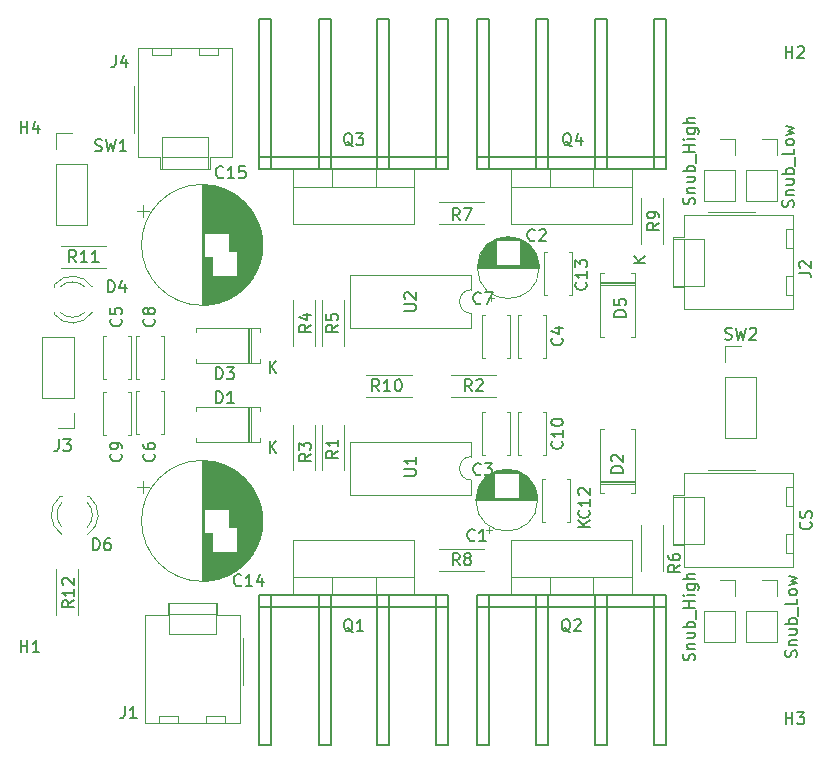
<source format=gbr>
G04 #@! TF.GenerationSoftware,KiCad,Pcbnew,(5.0.2)-1*
G04 #@! TF.CreationDate,2020-02-26T19:00:20+05:30*
G04 #@! TF.ProjectId,mosfet driver,6d6f7366-6574-4206-9472-697665722e6b,rev?*
G04 #@! TF.SameCoordinates,Original*
G04 #@! TF.FileFunction,Legend,Top*
G04 #@! TF.FilePolarity,Positive*
%FSLAX46Y46*%
G04 Gerber Fmt 4.6, Leading zero omitted, Abs format (unit mm)*
G04 Created by KiCad (PCBNEW (5.0.2)-1) date 02/26/20 19:00:20*
%MOMM*%
%LPD*%
G01*
G04 APERTURE LIST*
%ADD10C,0.120000*%
%ADD11C,0.150000*%
G04 APERTURE END LIST*
D10*
G04 #@! TO.C,SW1*
X46422000Y-138998000D02*
X49082000Y-138998000D01*
X46422000Y-133858000D02*
X46422000Y-138998000D01*
X49082000Y-133858000D02*
X49082000Y-138998000D01*
X46422000Y-133858000D02*
X49082000Y-133858000D01*
X46422000Y-132588000D02*
X46422000Y-131258000D01*
X46422000Y-131258000D02*
X47752000Y-131258000D01*
G04 #@! TO.C,Snub_Low*
X106172000Y-169104000D02*
X107502000Y-169104000D01*
X107502000Y-169104000D02*
X107502000Y-170434000D01*
X107502000Y-171704000D02*
X107502000Y-174304000D01*
X104842000Y-174304000D02*
X107502000Y-174304000D01*
X104842000Y-171704000D02*
X104842000Y-174304000D01*
X104842000Y-171704000D02*
X107502000Y-171704000D01*
G04 #@! TO.C,Snub_High*
X101286000Y-171704000D02*
X103946000Y-171704000D01*
X101286000Y-171704000D02*
X101286000Y-174304000D01*
X101286000Y-174304000D02*
X103946000Y-174304000D01*
X103946000Y-171704000D02*
X103946000Y-174304000D01*
X103946000Y-169104000D02*
X103946000Y-170434000D01*
X102616000Y-169104000D02*
X103946000Y-169104000D01*
G04 #@! TO.C,Snub_Low*
X104842000Y-134366000D02*
X107502000Y-134366000D01*
X104842000Y-134366000D02*
X104842000Y-136966000D01*
X104842000Y-136966000D02*
X107502000Y-136966000D01*
X107502000Y-134366000D02*
X107502000Y-136966000D01*
X107502000Y-131766000D02*
X107502000Y-133096000D01*
X106172000Y-131766000D02*
X107502000Y-131766000D01*
G04 #@! TO.C,D3*
X62900000Y-150695000D02*
X62900000Y-147755000D01*
X62660000Y-150695000D02*
X62660000Y-147755000D01*
X62780000Y-150695000D02*
X62780000Y-147755000D01*
X58240000Y-147755000D02*
X58240000Y-148085000D01*
X63680000Y-147755000D02*
X58240000Y-147755000D01*
X63680000Y-148085000D02*
X63680000Y-147755000D01*
X58240000Y-150695000D02*
X58240000Y-150365000D01*
X63680000Y-150695000D02*
X58240000Y-150695000D01*
X63680000Y-150365000D02*
X63680000Y-150695000D01*
G04 #@! TO.C,D1*
X62900000Y-157426000D02*
X62900000Y-154486000D01*
X62660000Y-157426000D02*
X62660000Y-154486000D01*
X62780000Y-157426000D02*
X62780000Y-154486000D01*
X58240000Y-154486000D02*
X58240000Y-154816000D01*
X63680000Y-154486000D02*
X58240000Y-154486000D01*
X63680000Y-154816000D02*
X63680000Y-154486000D01*
X58240000Y-157426000D02*
X58240000Y-157096000D01*
X63680000Y-157426000D02*
X58240000Y-157426000D01*
X63680000Y-157096000D02*
X63680000Y-157426000D01*
G04 #@! TO.C,D6*
X46926000Y-162016000D02*
X46770000Y-162016000D01*
X49242000Y-162016000D02*
X49086000Y-162016000D01*
X46926163Y-164617130D02*
G75*
G02X46926000Y-162535039I1079837J1041130D01*
G01*
X49085837Y-164617130D02*
G75*
G03X49086000Y-162535039I-1079837J1041130D01*
G01*
X46927392Y-165248335D02*
G75*
G02X46770484Y-162016000I1078608J1672335D01*
G01*
X49084608Y-165248335D02*
G75*
G03X49241516Y-162016000I-1078608J1672335D01*
G01*
G04 #@! TO.C,D4*
X46255500Y-146431500D02*
X46255500Y-146587500D01*
X46255500Y-144115500D02*
X46255500Y-144271500D01*
X48856630Y-146431337D02*
G75*
G02X46774539Y-146431500I-1041130J1079837D01*
G01*
X48856630Y-144271663D02*
G75*
G03X46774539Y-144271500I-1041130J-1079837D01*
G01*
X49487835Y-146430108D02*
G75*
G02X46255500Y-146587016I-1672335J1078608D01*
G01*
X49487835Y-144272892D02*
G75*
G03X46255500Y-144115984I-1672335J-1078608D01*
G01*
G04 #@! TO.C,R12*
X48291000Y-172036500D02*
X48291000Y-168196500D01*
X46451000Y-172036500D02*
X46451000Y-168196500D01*
G04 #@! TO.C,R11*
X46848000Y-142652000D02*
X50688000Y-142652000D01*
X46848000Y-140812000D02*
X50688000Y-140812000D01*
G04 #@! TO.C,J2*
X108252000Y-144968000D02*
X108852000Y-144968000D01*
X108252000Y-143368000D02*
X108252000Y-144968000D01*
X108852000Y-143368000D02*
X108252000Y-143368000D01*
X108252000Y-141008000D02*
X108852000Y-141008000D01*
X108252000Y-139408000D02*
X108252000Y-141008000D01*
X108852000Y-139408000D02*
X108252000Y-139408000D01*
X101292000Y-144168000D02*
X99622000Y-144168000D01*
X101292000Y-140208000D02*
X101292000Y-144168000D01*
X99622000Y-140208000D02*
X101292000Y-140208000D01*
X99622000Y-144168000D02*
X98622000Y-144168000D01*
X99622000Y-140208000D02*
X99622000Y-144168000D01*
X98622000Y-140208000D02*
X99622000Y-140208000D01*
X105632000Y-137898000D02*
X101632000Y-137898000D01*
X99627000Y-138188000D02*
X108852000Y-138188000D01*
X99627000Y-140093000D02*
X99627000Y-138188000D01*
X98622000Y-140093000D02*
X99627000Y-140093000D01*
X98622000Y-144283000D02*
X98622000Y-140093000D01*
X99627000Y-144283000D02*
X98622000Y-144283000D01*
X99627000Y-146188000D02*
X99627000Y-144283000D01*
X108852000Y-146188000D02*
X99627000Y-146188000D01*
X108852000Y-138188000D02*
X108852000Y-146188000D01*
G04 #@! TO.C,J1*
X61964000Y-181242000D02*
X53964000Y-181242000D01*
X53964000Y-181242000D02*
X53964000Y-172017000D01*
X53964000Y-172017000D02*
X55869000Y-172017000D01*
X55869000Y-172017000D02*
X55869000Y-171012000D01*
X55869000Y-171012000D02*
X60059000Y-171012000D01*
X60059000Y-171012000D02*
X60059000Y-172017000D01*
X60059000Y-172017000D02*
X61964000Y-172017000D01*
X61964000Y-172017000D02*
X61964000Y-181242000D01*
X62254000Y-178022000D02*
X62254000Y-174022000D01*
X59944000Y-171012000D02*
X59944000Y-172012000D01*
X59944000Y-172012000D02*
X55984000Y-172012000D01*
X55984000Y-172012000D02*
X55984000Y-171012000D01*
X59944000Y-172012000D02*
X59944000Y-173682000D01*
X59944000Y-173682000D02*
X55984000Y-173682000D01*
X55984000Y-173682000D02*
X55984000Y-172012000D01*
X60744000Y-181242000D02*
X60744000Y-180642000D01*
X60744000Y-180642000D02*
X59144000Y-180642000D01*
X59144000Y-180642000D02*
X59144000Y-181242000D01*
X56784000Y-181242000D02*
X56784000Y-180642000D01*
X56784000Y-180642000D02*
X55184000Y-180642000D01*
X55184000Y-180642000D02*
X55184000Y-181242000D01*
G04 #@! TO.C,J4*
X60132000Y-124666000D02*
X60132000Y-124066000D01*
X58532000Y-124666000D02*
X60132000Y-124666000D01*
X58532000Y-124066000D02*
X58532000Y-124666000D01*
X56172000Y-124666000D02*
X56172000Y-124066000D01*
X54572000Y-124666000D02*
X56172000Y-124666000D01*
X54572000Y-124066000D02*
X54572000Y-124666000D01*
X59332000Y-131626000D02*
X59332000Y-133296000D01*
X55372000Y-131626000D02*
X59332000Y-131626000D01*
X55372000Y-133296000D02*
X55372000Y-131626000D01*
X59332000Y-133296000D02*
X59332000Y-134296000D01*
X55372000Y-133296000D02*
X59332000Y-133296000D01*
X55372000Y-134296000D02*
X55372000Y-133296000D01*
X53062000Y-127286000D02*
X53062000Y-131286000D01*
X53352000Y-133291000D02*
X53352000Y-124066000D01*
X55257000Y-133291000D02*
X53352000Y-133291000D01*
X55257000Y-134296000D02*
X55257000Y-133291000D01*
X59447000Y-134296000D02*
X55257000Y-134296000D01*
X59447000Y-133291000D02*
X59447000Y-134296000D01*
X61352000Y-133291000D02*
X59447000Y-133291000D01*
X61352000Y-124066000D02*
X61352000Y-133291000D01*
X53352000Y-124066000D02*
X61352000Y-124066000D01*
G04 #@! TO.C,R7*
X82692000Y-138969000D02*
X78852000Y-138969000D01*
X82692000Y-137129000D02*
X78852000Y-137129000D01*
G04 #@! TO.C,R5*
X68930000Y-145404775D02*
X68930000Y-149244775D01*
X70770000Y-145404775D02*
X70770000Y-149244775D01*
G04 #@! TO.C,R2*
X83708000Y-151734000D02*
X79868000Y-151734000D01*
X83708000Y-153574000D02*
X79868000Y-153574000D01*
G04 #@! TO.C,R1*
X70770000Y-159789000D02*
X70770000Y-155949000D01*
X68930000Y-159789000D02*
X68930000Y-155949000D01*
G04 #@! TO.C,D5*
X95120000Y-143076000D02*
X95450000Y-143076000D01*
X95450000Y-143076000D02*
X95450000Y-148516000D01*
X95450000Y-148516000D02*
X95120000Y-148516000D01*
X92840000Y-143076000D02*
X92510000Y-143076000D01*
X92510000Y-143076000D02*
X92510000Y-148516000D01*
X92510000Y-148516000D02*
X92840000Y-148516000D01*
X95450000Y-143976000D02*
X92510000Y-143976000D01*
X95450000Y-144096000D02*
X92510000Y-144096000D01*
X95450000Y-143856000D02*
X92510000Y-143856000D01*
G04 #@! TO.C,D2*
X92840000Y-161724000D02*
X92510000Y-161724000D01*
X92510000Y-161724000D02*
X92510000Y-156284000D01*
X92510000Y-156284000D02*
X92840000Y-156284000D01*
X95120000Y-161724000D02*
X95450000Y-161724000D01*
X95450000Y-161724000D02*
X95450000Y-156284000D01*
X95450000Y-156284000D02*
X95120000Y-156284000D01*
X92510000Y-160824000D02*
X95450000Y-160824000D01*
X92510000Y-160704000D02*
X95450000Y-160704000D01*
X92510000Y-160944000D02*
X95450000Y-160944000D01*
G04 #@! TO.C,C15*
X53801354Y-137341000D02*
X53801354Y-138341000D01*
X53301354Y-137841000D02*
X54301354Y-137841000D01*
X63862000Y-140117000D02*
X63862000Y-141315000D01*
X63822000Y-139854000D02*
X63822000Y-141578000D01*
X63782000Y-139654000D02*
X63782000Y-141778000D01*
X63742000Y-139486000D02*
X63742000Y-141946000D01*
X63702000Y-139338000D02*
X63702000Y-142094000D01*
X63662000Y-139206000D02*
X63662000Y-142226000D01*
X63622000Y-139086000D02*
X63622000Y-142346000D01*
X63582000Y-138974000D02*
X63582000Y-142458000D01*
X63542000Y-138870000D02*
X63542000Y-142562000D01*
X63502000Y-138772000D02*
X63502000Y-142660000D01*
X63462000Y-138679000D02*
X63462000Y-142753000D01*
X63422000Y-138591000D02*
X63422000Y-142841000D01*
X63382000Y-138507000D02*
X63382000Y-142925000D01*
X63342000Y-138427000D02*
X63342000Y-143005000D01*
X63302000Y-138351000D02*
X63302000Y-143081000D01*
X63262000Y-138277000D02*
X63262000Y-143155000D01*
X63222000Y-138206000D02*
X63222000Y-143226000D01*
X63182000Y-138137000D02*
X63182000Y-143295000D01*
X63142000Y-138071000D02*
X63142000Y-143361000D01*
X63102000Y-138007000D02*
X63102000Y-143425000D01*
X63062000Y-137946000D02*
X63062000Y-143486000D01*
X63022000Y-137886000D02*
X63022000Y-143546000D01*
X62982000Y-137827000D02*
X62982000Y-143605000D01*
X62942000Y-137771000D02*
X62942000Y-143661000D01*
X62902000Y-137716000D02*
X62902000Y-143716000D01*
X62862000Y-137662000D02*
X62862000Y-143770000D01*
X62822000Y-137610000D02*
X62822000Y-143822000D01*
X62782000Y-137560000D02*
X62782000Y-143872000D01*
X62742000Y-137510000D02*
X62742000Y-143922000D01*
X62702000Y-137462000D02*
X62702000Y-143970000D01*
X62662000Y-137415000D02*
X62662000Y-144017000D01*
X62622000Y-137369000D02*
X62622000Y-144063000D01*
X62582000Y-137324000D02*
X62582000Y-144108000D01*
X62542000Y-137280000D02*
X62542000Y-144152000D01*
X62502000Y-137238000D02*
X62502000Y-144194000D01*
X62462000Y-137196000D02*
X62462000Y-144236000D01*
X62422000Y-137155000D02*
X62422000Y-144277000D01*
X62382000Y-137115000D02*
X62382000Y-144317000D01*
X62342000Y-137076000D02*
X62342000Y-144356000D01*
X62302000Y-137037000D02*
X62302000Y-144395000D01*
X62262000Y-137000000D02*
X62262000Y-144432000D01*
X62222000Y-136963000D02*
X62222000Y-144469000D01*
X62182000Y-136927000D02*
X62182000Y-144505000D01*
X62142000Y-136892000D02*
X62142000Y-144540000D01*
X62102000Y-136858000D02*
X62102000Y-144574000D01*
X62062000Y-136824000D02*
X62062000Y-144608000D01*
X62022000Y-136791000D02*
X62022000Y-144641000D01*
X61982000Y-136759000D02*
X61982000Y-144673000D01*
X61942000Y-136727000D02*
X61942000Y-144705000D01*
X61902000Y-136696000D02*
X61902000Y-144736000D01*
X61862000Y-136666000D02*
X61862000Y-144766000D01*
X61822000Y-136636000D02*
X61822000Y-144796000D01*
X61782000Y-136606000D02*
X61782000Y-144826000D01*
X61742000Y-143356000D02*
X61742000Y-144854000D01*
X61742000Y-136578000D02*
X61742000Y-141276000D01*
X61702000Y-143356000D02*
X61702000Y-144882000D01*
X61702000Y-136550000D02*
X61702000Y-141276000D01*
X61662000Y-143356000D02*
X61662000Y-144910000D01*
X61662000Y-136522000D02*
X61662000Y-141276000D01*
X61622000Y-143356000D02*
X61622000Y-144937000D01*
X61622000Y-136495000D02*
X61622000Y-141276000D01*
X61582000Y-143356000D02*
X61582000Y-144963000D01*
X61582000Y-136469000D02*
X61582000Y-141276000D01*
X61542000Y-143356000D02*
X61542000Y-144989000D01*
X61542000Y-136443000D02*
X61542000Y-141276000D01*
X61502000Y-143356000D02*
X61502000Y-145014000D01*
X61502000Y-136418000D02*
X61502000Y-141276000D01*
X61462000Y-143356000D02*
X61462000Y-145039000D01*
X61462000Y-136393000D02*
X61462000Y-141276000D01*
X61422000Y-143356000D02*
X61422000Y-145063000D01*
X61422000Y-136369000D02*
X61422000Y-141276000D01*
X61382000Y-143356000D02*
X61382000Y-145087000D01*
X61382000Y-136345000D02*
X61382000Y-141276000D01*
X61342000Y-143356000D02*
X61342000Y-145111000D01*
X61342000Y-136321000D02*
X61342000Y-141276000D01*
X61302000Y-143356000D02*
X61302000Y-145133000D01*
X61302000Y-136299000D02*
X61302000Y-141276000D01*
X61262000Y-143356000D02*
X61262000Y-145156000D01*
X61262000Y-136276000D02*
X61262000Y-141276000D01*
X61222000Y-143356000D02*
X61222000Y-145178000D01*
X61222000Y-136254000D02*
X61222000Y-141276000D01*
X61182000Y-143356000D02*
X61182000Y-145199000D01*
X61182000Y-136233000D02*
X61182000Y-141276000D01*
X61142000Y-143356000D02*
X61142000Y-145220000D01*
X61142000Y-136212000D02*
X61142000Y-141276000D01*
X61102000Y-143356000D02*
X61102000Y-145241000D01*
X61102000Y-136191000D02*
X61102000Y-141276000D01*
X61062000Y-143356000D02*
X61062000Y-145261000D01*
X61062000Y-136171000D02*
X61062000Y-139676000D01*
X61022000Y-143356000D02*
X61022000Y-145280000D01*
X61022000Y-136152000D02*
X61022000Y-139676000D01*
X60982000Y-143356000D02*
X60982000Y-145300000D01*
X60982000Y-136132000D02*
X60982000Y-139676000D01*
X60942000Y-143356000D02*
X60942000Y-145319000D01*
X60942000Y-136113000D02*
X60942000Y-139676000D01*
X60902000Y-143356000D02*
X60902000Y-145337000D01*
X60902000Y-136095000D02*
X60902000Y-139676000D01*
X60862000Y-143356000D02*
X60862000Y-145355000D01*
X60862000Y-136077000D02*
X60862000Y-139676000D01*
X60822000Y-143356000D02*
X60822000Y-145373000D01*
X60822000Y-136059000D02*
X60822000Y-139676000D01*
X60782000Y-143356000D02*
X60782000Y-145390000D01*
X60782000Y-136042000D02*
X60782000Y-139676000D01*
X60742000Y-143356000D02*
X60742000Y-145406000D01*
X60742000Y-136026000D02*
X60742000Y-139676000D01*
X60702000Y-143356000D02*
X60702000Y-145423000D01*
X60702000Y-136009000D02*
X60702000Y-139676000D01*
X60662000Y-143356000D02*
X60662000Y-145439000D01*
X60662000Y-135993000D02*
X60662000Y-139676000D01*
X60622000Y-143356000D02*
X60622000Y-145454000D01*
X60622000Y-135978000D02*
X60622000Y-139676000D01*
X60582000Y-143356000D02*
X60582000Y-145470000D01*
X60582000Y-135962000D02*
X60582000Y-139676000D01*
X60542000Y-143356000D02*
X60542000Y-145484000D01*
X60542000Y-135948000D02*
X60542000Y-139676000D01*
X60502000Y-143356000D02*
X60502000Y-145499000D01*
X60502000Y-135933000D02*
X60502000Y-139676000D01*
X60462000Y-143356000D02*
X60462000Y-145513000D01*
X60462000Y-135919000D02*
X60462000Y-139676000D01*
X60422000Y-143356000D02*
X60422000Y-145527000D01*
X60422000Y-135905000D02*
X60422000Y-139676000D01*
X60382000Y-143356000D02*
X60382000Y-145540000D01*
X60382000Y-135892000D02*
X60382000Y-139676000D01*
X60342000Y-143356000D02*
X60342000Y-145553000D01*
X60342000Y-135879000D02*
X60342000Y-139676000D01*
X60302000Y-143356000D02*
X60302000Y-145566000D01*
X60302000Y-135866000D02*
X60302000Y-139676000D01*
X60262000Y-143356000D02*
X60262000Y-145578000D01*
X60262000Y-135854000D02*
X60262000Y-139676000D01*
X60222000Y-143356000D02*
X60222000Y-145590000D01*
X60222000Y-135842000D02*
X60222000Y-139676000D01*
X60182000Y-143356000D02*
X60182000Y-145601000D01*
X60182000Y-135831000D02*
X60182000Y-139676000D01*
X60142000Y-143356000D02*
X60142000Y-145613000D01*
X60142000Y-135819000D02*
X60142000Y-139676000D01*
X60102000Y-143356000D02*
X60102000Y-145623000D01*
X60102000Y-135809000D02*
X60102000Y-139676000D01*
X60062000Y-143356000D02*
X60062000Y-145634000D01*
X60062000Y-135798000D02*
X60062000Y-139676000D01*
X60022000Y-143356000D02*
X60022000Y-145644000D01*
X60022000Y-135788000D02*
X60022000Y-139676000D01*
X59982000Y-143356000D02*
X59982000Y-145654000D01*
X59982000Y-135778000D02*
X59982000Y-139676000D01*
X59942000Y-143356000D02*
X59942000Y-145663000D01*
X59942000Y-135769000D02*
X59942000Y-139676000D01*
X59902000Y-143356000D02*
X59902000Y-145672000D01*
X59902000Y-135760000D02*
X59902000Y-139676000D01*
X59862000Y-143356000D02*
X59862000Y-145681000D01*
X59862000Y-135751000D02*
X59862000Y-139676000D01*
X59822000Y-143356000D02*
X59822000Y-145690000D01*
X59822000Y-135742000D02*
X59822000Y-139676000D01*
X59782000Y-143356000D02*
X59782000Y-145698000D01*
X59782000Y-135734000D02*
X59782000Y-139676000D01*
X59742000Y-143356000D02*
X59742000Y-145706000D01*
X59742000Y-135726000D02*
X59742000Y-139676000D01*
X59702000Y-143356000D02*
X59702000Y-145713000D01*
X59702000Y-135719000D02*
X59702000Y-139676000D01*
X59662000Y-141756000D02*
X59662000Y-145720000D01*
X59662000Y-135712000D02*
X59662000Y-139676000D01*
X59622000Y-141756000D02*
X59622000Y-145727000D01*
X59622000Y-135705000D02*
X59622000Y-139676000D01*
X59582000Y-141756000D02*
X59582000Y-145734000D01*
X59582000Y-135698000D02*
X59582000Y-139676000D01*
X59542000Y-141756000D02*
X59542000Y-145740000D01*
X59542000Y-135692000D02*
X59542000Y-139676000D01*
X59502000Y-141756000D02*
X59502000Y-145746000D01*
X59502000Y-135686000D02*
X59502000Y-139676000D01*
X59461000Y-141756000D02*
X59461000Y-145751000D01*
X59461000Y-135681000D02*
X59461000Y-139676000D01*
X59421000Y-141756000D02*
X59421000Y-145756000D01*
X59421000Y-135676000D02*
X59421000Y-139676000D01*
X59381000Y-141756000D02*
X59381000Y-145761000D01*
X59381000Y-135671000D02*
X59381000Y-139676000D01*
X59341000Y-141756000D02*
X59341000Y-145766000D01*
X59341000Y-135666000D02*
X59341000Y-139676000D01*
X59301000Y-141756000D02*
X59301000Y-145770000D01*
X59301000Y-135662000D02*
X59301000Y-139676000D01*
X59261000Y-141756000D02*
X59261000Y-145774000D01*
X59261000Y-135658000D02*
X59261000Y-139676000D01*
X59221000Y-141756000D02*
X59221000Y-145778000D01*
X59221000Y-135654000D02*
X59221000Y-139676000D01*
X59181000Y-141756000D02*
X59181000Y-145781000D01*
X59181000Y-135651000D02*
X59181000Y-139676000D01*
X59141000Y-141756000D02*
X59141000Y-145784000D01*
X59141000Y-135648000D02*
X59141000Y-139676000D01*
X59101000Y-141756000D02*
X59101000Y-145786000D01*
X59101000Y-135646000D02*
X59101000Y-139676000D01*
X59061000Y-141756000D02*
X59061000Y-145789000D01*
X59061000Y-135643000D02*
X59061000Y-139676000D01*
X59021000Y-141756000D02*
X59021000Y-145791000D01*
X59021000Y-135641000D02*
X59021000Y-139676000D01*
X58981000Y-135639000D02*
X58981000Y-145793000D01*
X58941000Y-135638000D02*
X58941000Y-145794000D01*
X58901000Y-135637000D02*
X58901000Y-145795000D01*
X58861000Y-135636000D02*
X58861000Y-145796000D01*
X58821000Y-135636000D02*
X58821000Y-145796000D01*
X58781000Y-135636000D02*
X58781000Y-145796000D01*
X63901000Y-140716000D02*
G75*
G03X63901000Y-140716000I-5120000J0D01*
G01*
G04 #@! TO.C,C14*
X53801354Y-160709000D02*
X53801354Y-161709000D01*
X53301354Y-161209000D02*
X54301354Y-161209000D01*
X63862000Y-163485000D02*
X63862000Y-164683000D01*
X63822000Y-163222000D02*
X63822000Y-164946000D01*
X63782000Y-163022000D02*
X63782000Y-165146000D01*
X63742000Y-162854000D02*
X63742000Y-165314000D01*
X63702000Y-162706000D02*
X63702000Y-165462000D01*
X63662000Y-162574000D02*
X63662000Y-165594000D01*
X63622000Y-162454000D02*
X63622000Y-165714000D01*
X63582000Y-162342000D02*
X63582000Y-165826000D01*
X63542000Y-162238000D02*
X63542000Y-165930000D01*
X63502000Y-162140000D02*
X63502000Y-166028000D01*
X63462000Y-162047000D02*
X63462000Y-166121000D01*
X63422000Y-161959000D02*
X63422000Y-166209000D01*
X63382000Y-161875000D02*
X63382000Y-166293000D01*
X63342000Y-161795000D02*
X63342000Y-166373000D01*
X63302000Y-161719000D02*
X63302000Y-166449000D01*
X63262000Y-161645000D02*
X63262000Y-166523000D01*
X63222000Y-161574000D02*
X63222000Y-166594000D01*
X63182000Y-161505000D02*
X63182000Y-166663000D01*
X63142000Y-161439000D02*
X63142000Y-166729000D01*
X63102000Y-161375000D02*
X63102000Y-166793000D01*
X63062000Y-161314000D02*
X63062000Y-166854000D01*
X63022000Y-161254000D02*
X63022000Y-166914000D01*
X62982000Y-161195000D02*
X62982000Y-166973000D01*
X62942000Y-161139000D02*
X62942000Y-167029000D01*
X62902000Y-161084000D02*
X62902000Y-167084000D01*
X62862000Y-161030000D02*
X62862000Y-167138000D01*
X62822000Y-160978000D02*
X62822000Y-167190000D01*
X62782000Y-160928000D02*
X62782000Y-167240000D01*
X62742000Y-160878000D02*
X62742000Y-167290000D01*
X62702000Y-160830000D02*
X62702000Y-167338000D01*
X62662000Y-160783000D02*
X62662000Y-167385000D01*
X62622000Y-160737000D02*
X62622000Y-167431000D01*
X62582000Y-160692000D02*
X62582000Y-167476000D01*
X62542000Y-160648000D02*
X62542000Y-167520000D01*
X62502000Y-160606000D02*
X62502000Y-167562000D01*
X62462000Y-160564000D02*
X62462000Y-167604000D01*
X62422000Y-160523000D02*
X62422000Y-167645000D01*
X62382000Y-160483000D02*
X62382000Y-167685000D01*
X62342000Y-160444000D02*
X62342000Y-167724000D01*
X62302000Y-160405000D02*
X62302000Y-167763000D01*
X62262000Y-160368000D02*
X62262000Y-167800000D01*
X62222000Y-160331000D02*
X62222000Y-167837000D01*
X62182000Y-160295000D02*
X62182000Y-167873000D01*
X62142000Y-160260000D02*
X62142000Y-167908000D01*
X62102000Y-160226000D02*
X62102000Y-167942000D01*
X62062000Y-160192000D02*
X62062000Y-167976000D01*
X62022000Y-160159000D02*
X62022000Y-168009000D01*
X61982000Y-160127000D02*
X61982000Y-168041000D01*
X61942000Y-160095000D02*
X61942000Y-168073000D01*
X61902000Y-160064000D02*
X61902000Y-168104000D01*
X61862000Y-160034000D02*
X61862000Y-168134000D01*
X61822000Y-160004000D02*
X61822000Y-168164000D01*
X61782000Y-159974000D02*
X61782000Y-168194000D01*
X61742000Y-166724000D02*
X61742000Y-168222000D01*
X61742000Y-159946000D02*
X61742000Y-164644000D01*
X61702000Y-166724000D02*
X61702000Y-168250000D01*
X61702000Y-159918000D02*
X61702000Y-164644000D01*
X61662000Y-166724000D02*
X61662000Y-168278000D01*
X61662000Y-159890000D02*
X61662000Y-164644000D01*
X61622000Y-166724000D02*
X61622000Y-168305000D01*
X61622000Y-159863000D02*
X61622000Y-164644000D01*
X61582000Y-166724000D02*
X61582000Y-168331000D01*
X61582000Y-159837000D02*
X61582000Y-164644000D01*
X61542000Y-166724000D02*
X61542000Y-168357000D01*
X61542000Y-159811000D02*
X61542000Y-164644000D01*
X61502000Y-166724000D02*
X61502000Y-168382000D01*
X61502000Y-159786000D02*
X61502000Y-164644000D01*
X61462000Y-166724000D02*
X61462000Y-168407000D01*
X61462000Y-159761000D02*
X61462000Y-164644000D01*
X61422000Y-166724000D02*
X61422000Y-168431000D01*
X61422000Y-159737000D02*
X61422000Y-164644000D01*
X61382000Y-166724000D02*
X61382000Y-168455000D01*
X61382000Y-159713000D02*
X61382000Y-164644000D01*
X61342000Y-166724000D02*
X61342000Y-168479000D01*
X61342000Y-159689000D02*
X61342000Y-164644000D01*
X61302000Y-166724000D02*
X61302000Y-168501000D01*
X61302000Y-159667000D02*
X61302000Y-164644000D01*
X61262000Y-166724000D02*
X61262000Y-168524000D01*
X61262000Y-159644000D02*
X61262000Y-164644000D01*
X61222000Y-166724000D02*
X61222000Y-168546000D01*
X61222000Y-159622000D02*
X61222000Y-164644000D01*
X61182000Y-166724000D02*
X61182000Y-168567000D01*
X61182000Y-159601000D02*
X61182000Y-164644000D01*
X61142000Y-166724000D02*
X61142000Y-168588000D01*
X61142000Y-159580000D02*
X61142000Y-164644000D01*
X61102000Y-166724000D02*
X61102000Y-168609000D01*
X61102000Y-159559000D02*
X61102000Y-164644000D01*
X61062000Y-166724000D02*
X61062000Y-168629000D01*
X61062000Y-159539000D02*
X61062000Y-163044000D01*
X61022000Y-166724000D02*
X61022000Y-168648000D01*
X61022000Y-159520000D02*
X61022000Y-163044000D01*
X60982000Y-166724000D02*
X60982000Y-168668000D01*
X60982000Y-159500000D02*
X60982000Y-163044000D01*
X60942000Y-166724000D02*
X60942000Y-168687000D01*
X60942000Y-159481000D02*
X60942000Y-163044000D01*
X60902000Y-166724000D02*
X60902000Y-168705000D01*
X60902000Y-159463000D02*
X60902000Y-163044000D01*
X60862000Y-166724000D02*
X60862000Y-168723000D01*
X60862000Y-159445000D02*
X60862000Y-163044000D01*
X60822000Y-166724000D02*
X60822000Y-168741000D01*
X60822000Y-159427000D02*
X60822000Y-163044000D01*
X60782000Y-166724000D02*
X60782000Y-168758000D01*
X60782000Y-159410000D02*
X60782000Y-163044000D01*
X60742000Y-166724000D02*
X60742000Y-168774000D01*
X60742000Y-159394000D02*
X60742000Y-163044000D01*
X60702000Y-166724000D02*
X60702000Y-168791000D01*
X60702000Y-159377000D02*
X60702000Y-163044000D01*
X60662000Y-166724000D02*
X60662000Y-168807000D01*
X60662000Y-159361000D02*
X60662000Y-163044000D01*
X60622000Y-166724000D02*
X60622000Y-168822000D01*
X60622000Y-159346000D02*
X60622000Y-163044000D01*
X60582000Y-166724000D02*
X60582000Y-168838000D01*
X60582000Y-159330000D02*
X60582000Y-163044000D01*
X60542000Y-166724000D02*
X60542000Y-168852000D01*
X60542000Y-159316000D02*
X60542000Y-163044000D01*
X60502000Y-166724000D02*
X60502000Y-168867000D01*
X60502000Y-159301000D02*
X60502000Y-163044000D01*
X60462000Y-166724000D02*
X60462000Y-168881000D01*
X60462000Y-159287000D02*
X60462000Y-163044000D01*
X60422000Y-166724000D02*
X60422000Y-168895000D01*
X60422000Y-159273000D02*
X60422000Y-163044000D01*
X60382000Y-166724000D02*
X60382000Y-168908000D01*
X60382000Y-159260000D02*
X60382000Y-163044000D01*
X60342000Y-166724000D02*
X60342000Y-168921000D01*
X60342000Y-159247000D02*
X60342000Y-163044000D01*
X60302000Y-166724000D02*
X60302000Y-168934000D01*
X60302000Y-159234000D02*
X60302000Y-163044000D01*
X60262000Y-166724000D02*
X60262000Y-168946000D01*
X60262000Y-159222000D02*
X60262000Y-163044000D01*
X60222000Y-166724000D02*
X60222000Y-168958000D01*
X60222000Y-159210000D02*
X60222000Y-163044000D01*
X60182000Y-166724000D02*
X60182000Y-168969000D01*
X60182000Y-159199000D02*
X60182000Y-163044000D01*
X60142000Y-166724000D02*
X60142000Y-168981000D01*
X60142000Y-159187000D02*
X60142000Y-163044000D01*
X60102000Y-166724000D02*
X60102000Y-168991000D01*
X60102000Y-159177000D02*
X60102000Y-163044000D01*
X60062000Y-166724000D02*
X60062000Y-169002000D01*
X60062000Y-159166000D02*
X60062000Y-163044000D01*
X60022000Y-166724000D02*
X60022000Y-169012000D01*
X60022000Y-159156000D02*
X60022000Y-163044000D01*
X59982000Y-166724000D02*
X59982000Y-169022000D01*
X59982000Y-159146000D02*
X59982000Y-163044000D01*
X59942000Y-166724000D02*
X59942000Y-169031000D01*
X59942000Y-159137000D02*
X59942000Y-163044000D01*
X59902000Y-166724000D02*
X59902000Y-169040000D01*
X59902000Y-159128000D02*
X59902000Y-163044000D01*
X59862000Y-166724000D02*
X59862000Y-169049000D01*
X59862000Y-159119000D02*
X59862000Y-163044000D01*
X59822000Y-166724000D02*
X59822000Y-169058000D01*
X59822000Y-159110000D02*
X59822000Y-163044000D01*
X59782000Y-166724000D02*
X59782000Y-169066000D01*
X59782000Y-159102000D02*
X59782000Y-163044000D01*
X59742000Y-166724000D02*
X59742000Y-169074000D01*
X59742000Y-159094000D02*
X59742000Y-163044000D01*
X59702000Y-166724000D02*
X59702000Y-169081000D01*
X59702000Y-159087000D02*
X59702000Y-163044000D01*
X59662000Y-165124000D02*
X59662000Y-169088000D01*
X59662000Y-159080000D02*
X59662000Y-163044000D01*
X59622000Y-165124000D02*
X59622000Y-169095000D01*
X59622000Y-159073000D02*
X59622000Y-163044000D01*
X59582000Y-165124000D02*
X59582000Y-169102000D01*
X59582000Y-159066000D02*
X59582000Y-163044000D01*
X59542000Y-165124000D02*
X59542000Y-169108000D01*
X59542000Y-159060000D02*
X59542000Y-163044000D01*
X59502000Y-165124000D02*
X59502000Y-169114000D01*
X59502000Y-159054000D02*
X59502000Y-163044000D01*
X59461000Y-165124000D02*
X59461000Y-169119000D01*
X59461000Y-159049000D02*
X59461000Y-163044000D01*
X59421000Y-165124000D02*
X59421000Y-169124000D01*
X59421000Y-159044000D02*
X59421000Y-163044000D01*
X59381000Y-165124000D02*
X59381000Y-169129000D01*
X59381000Y-159039000D02*
X59381000Y-163044000D01*
X59341000Y-165124000D02*
X59341000Y-169134000D01*
X59341000Y-159034000D02*
X59341000Y-163044000D01*
X59301000Y-165124000D02*
X59301000Y-169138000D01*
X59301000Y-159030000D02*
X59301000Y-163044000D01*
X59261000Y-165124000D02*
X59261000Y-169142000D01*
X59261000Y-159026000D02*
X59261000Y-163044000D01*
X59221000Y-165124000D02*
X59221000Y-169146000D01*
X59221000Y-159022000D02*
X59221000Y-163044000D01*
X59181000Y-165124000D02*
X59181000Y-169149000D01*
X59181000Y-159019000D02*
X59181000Y-163044000D01*
X59141000Y-165124000D02*
X59141000Y-169152000D01*
X59141000Y-159016000D02*
X59141000Y-163044000D01*
X59101000Y-165124000D02*
X59101000Y-169154000D01*
X59101000Y-159014000D02*
X59101000Y-163044000D01*
X59061000Y-165124000D02*
X59061000Y-169157000D01*
X59061000Y-159011000D02*
X59061000Y-163044000D01*
X59021000Y-165124000D02*
X59021000Y-169159000D01*
X59021000Y-159009000D02*
X59021000Y-163044000D01*
X58981000Y-159007000D02*
X58981000Y-169161000D01*
X58941000Y-159006000D02*
X58941000Y-169162000D01*
X58901000Y-159005000D02*
X58901000Y-169163000D01*
X58861000Y-159004000D02*
X58861000Y-169164000D01*
X58821000Y-159004000D02*
X58821000Y-169164000D01*
X58781000Y-159004000D02*
X58781000Y-169164000D01*
X63901000Y-164084000D02*
G75*
G03X63901000Y-164084000I-5120000J0D01*
G01*
G04 #@! TO.C,R4*
X66517000Y-145400000D02*
X66517000Y-149240000D01*
X68357000Y-145400000D02*
X68357000Y-149240000D01*
G04 #@! TO.C,R3*
X68357000Y-159789000D02*
X68357000Y-155949000D01*
X66517000Y-159789000D02*
X66517000Y-155949000D01*
G04 #@! TO.C,Q4*
X84940000Y-134330000D02*
X95180000Y-134330000D01*
X84940000Y-138971000D02*
X95180000Y-138971000D01*
X84940000Y-134330000D02*
X84940000Y-138971000D01*
X95180000Y-134330000D02*
X95180000Y-138971000D01*
X84940000Y-135840000D02*
X95180000Y-135840000D01*
X88210000Y-134330000D02*
X88210000Y-135840000D01*
X91911000Y-134330000D02*
X91911000Y-135840000D01*
D11*
X90060000Y-134298000D02*
X98060000Y-134298000D01*
X82060000Y-134298000D02*
X90060000Y-134298000D01*
X82059000Y-134298000D02*
X82059000Y-121598000D01*
X98060000Y-134298000D02*
X98061000Y-121598000D01*
X82059000Y-133282000D02*
X90059000Y-133282000D01*
X90060000Y-133282000D02*
X98060000Y-133282000D01*
X83075000Y-134298000D02*
X83075000Y-121598000D01*
X97045000Y-134298000D02*
X97045000Y-121598000D01*
X87088200Y-134298000D02*
X87088200Y-121598000D01*
X88104200Y-134298000D02*
X88104200Y-121598000D01*
X93031800Y-134298000D02*
X93031800Y-121598000D01*
X92015800Y-134298000D02*
X92015800Y-121598000D01*
X82059000Y-121598000D02*
X83075000Y-121598000D01*
X87088200Y-121598000D02*
X88104200Y-121598000D01*
X92015800Y-121598000D02*
X93031800Y-121598000D01*
X97045000Y-121598000D02*
X98061000Y-121598000D01*
D10*
G04 #@! TO.C,Q3*
X66520000Y-134330000D02*
X76760000Y-134330000D01*
X66520000Y-138971000D02*
X76760000Y-138971000D01*
X66520000Y-134330000D02*
X66520000Y-138971000D01*
X76760000Y-134330000D02*
X76760000Y-138971000D01*
X66520000Y-135840000D02*
X76760000Y-135840000D01*
X69790000Y-134330000D02*
X69790000Y-135840000D01*
X73491000Y-134330000D02*
X73491000Y-135840000D01*
D11*
X71640000Y-134298000D02*
X79640000Y-134298000D01*
X63640000Y-134298000D02*
X71640000Y-134298000D01*
X63639000Y-134298000D02*
X63639000Y-121598000D01*
X79640000Y-134298000D02*
X79641000Y-121598000D01*
X63639000Y-133282000D02*
X71639000Y-133282000D01*
X71640000Y-133282000D02*
X79640000Y-133282000D01*
X64655000Y-134298000D02*
X64655000Y-121598000D01*
X78625000Y-134298000D02*
X78625000Y-121598000D01*
X68668200Y-134298000D02*
X68668200Y-121598000D01*
X69684200Y-134298000D02*
X69684200Y-121598000D01*
X74611800Y-134298000D02*
X74611800Y-121598000D01*
X73595800Y-134298000D02*
X73595800Y-121598000D01*
X63639000Y-121598000D02*
X64655000Y-121598000D01*
X68668200Y-121598000D02*
X69684200Y-121598000D01*
X73595800Y-121598000D02*
X74611800Y-121598000D01*
X78625000Y-121598000D02*
X79641000Y-121598000D01*
D10*
G04 #@! TO.C,Q2*
X95180000Y-170325000D02*
X84940000Y-170325000D01*
X95180000Y-165684000D02*
X84940000Y-165684000D01*
X95180000Y-170325000D02*
X95180000Y-165684000D01*
X84940000Y-170325000D02*
X84940000Y-165684000D01*
X95180000Y-168815000D02*
X84940000Y-168815000D01*
X91910000Y-170325000D02*
X91910000Y-168815000D01*
X88209000Y-170325000D02*
X88209000Y-168815000D01*
D11*
X90060000Y-170357000D02*
X82060000Y-170357000D01*
X98060000Y-170357000D02*
X90060000Y-170357000D01*
X98061000Y-170357000D02*
X98061000Y-183057000D01*
X82060000Y-170357000D02*
X82059000Y-183057000D01*
X98061000Y-171373000D02*
X90061000Y-171373000D01*
X90060000Y-171373000D02*
X82060000Y-171373000D01*
X97045000Y-170357000D02*
X97045000Y-183057000D01*
X83075000Y-170357000D02*
X83075000Y-183057000D01*
X93031800Y-170357000D02*
X93031800Y-183057000D01*
X92015800Y-170357000D02*
X92015800Y-183057000D01*
X87088200Y-170357000D02*
X87088200Y-183057000D01*
X88104200Y-170357000D02*
X88104200Y-183057000D01*
X98061000Y-183057000D02*
X97045000Y-183057000D01*
X93031800Y-183057000D02*
X92015800Y-183057000D01*
X88104200Y-183057000D02*
X87088200Y-183057000D01*
X83075000Y-183057000D02*
X82059000Y-183057000D01*
D10*
G04 #@! TO.C,Q1*
X76760000Y-170325000D02*
X66520000Y-170325000D01*
X76760000Y-165684000D02*
X66520000Y-165684000D01*
X76760000Y-170325000D02*
X76760000Y-165684000D01*
X66520000Y-170325000D02*
X66520000Y-165684000D01*
X76760000Y-168815000D02*
X66520000Y-168815000D01*
X73490000Y-170325000D02*
X73490000Y-168815000D01*
X69789000Y-170325000D02*
X69789000Y-168815000D01*
D11*
X71640000Y-170357000D02*
X63640000Y-170357000D01*
X79640000Y-170357000D02*
X71640000Y-170357000D01*
X79641000Y-170357000D02*
X79641000Y-183057000D01*
X63640000Y-170357000D02*
X63639000Y-183057000D01*
X79641000Y-171373000D02*
X71641000Y-171373000D01*
X71640000Y-171373000D02*
X63640000Y-171373000D01*
X78625000Y-170357000D02*
X78625000Y-183057000D01*
X64655000Y-170357000D02*
X64655000Y-183057000D01*
X74611800Y-170357000D02*
X74611800Y-183057000D01*
X73595800Y-170357000D02*
X73595800Y-183057000D01*
X68668200Y-170357000D02*
X68668200Y-183057000D01*
X69684200Y-170357000D02*
X69684200Y-183057000D01*
X79641000Y-183057000D02*
X78625000Y-183057000D01*
X74611800Y-183057000D02*
X73595800Y-183057000D01*
X69684200Y-183057000D02*
X68668200Y-183057000D01*
X64655000Y-183057000D02*
X63639000Y-183057000D01*
D10*
G04 #@! TO.C,R10*
X72684000Y-153574000D02*
X76524000Y-153574000D01*
X72684000Y-151734000D02*
X76524000Y-151734000D01*
G04 #@! TO.C,R9*
X97821000Y-140604000D02*
X97821000Y-136764000D01*
X95981000Y-140604000D02*
X95981000Y-136764000D01*
G04 #@! TO.C,R8*
X78852000Y-168306000D02*
X82692000Y-168306000D01*
X78852000Y-166466000D02*
X82692000Y-166466000D01*
G04 #@! TO.C,R6*
X95981000Y-164450000D02*
X95981000Y-168290000D01*
X97821000Y-164450000D02*
X97821000Y-168290000D01*
G04 #@! TO.C,C13*
X89825000Y-141329000D02*
X90070000Y-141329000D01*
X87730000Y-141329000D02*
X87975000Y-141329000D01*
X89825000Y-144969000D02*
X90070000Y-144969000D01*
X87730000Y-144969000D02*
X87975000Y-144969000D01*
X90070000Y-144969000D02*
X90070000Y-141329000D01*
X87730000Y-144969000D02*
X87730000Y-141329000D01*
G04 #@! TO.C,C12*
X89698000Y-160506000D02*
X89943000Y-160506000D01*
X87603000Y-160506000D02*
X87848000Y-160506000D01*
X89698000Y-164146000D02*
X89943000Y-164146000D01*
X87603000Y-164146000D02*
X87848000Y-164146000D01*
X89943000Y-164146000D02*
X89943000Y-160506000D01*
X87603000Y-164146000D02*
X87603000Y-160506000D01*
G04 #@! TO.C,C10*
X85816000Y-158518000D02*
X85571000Y-158518000D01*
X87911000Y-158518000D02*
X87666000Y-158518000D01*
X85816000Y-154878000D02*
X85571000Y-154878000D01*
X87911000Y-154878000D02*
X87666000Y-154878000D01*
X85571000Y-154878000D02*
X85571000Y-158518000D01*
X87911000Y-154878000D02*
X87911000Y-158518000D01*
G04 #@! TO.C,C9*
X52487000Y-153140000D02*
X52732000Y-153140000D01*
X50392000Y-153140000D02*
X50637000Y-153140000D01*
X52487000Y-156780000D02*
X52732000Y-156780000D01*
X50392000Y-156780000D02*
X50637000Y-156780000D01*
X52732000Y-156780000D02*
X52732000Y-153140000D01*
X50392000Y-156780000D02*
X50392000Y-153140000D01*
G04 #@! TO.C,C8*
X53431000Y-152055000D02*
X53186000Y-152055000D01*
X55526000Y-152055000D02*
X55281000Y-152055000D01*
X53431000Y-148415000D02*
X53186000Y-148415000D01*
X55526000Y-148415000D02*
X55281000Y-148415000D01*
X53186000Y-148415000D02*
X53186000Y-152055000D01*
X55526000Y-148415000D02*
X55526000Y-152055000D01*
G04 #@! TO.C,C7*
X82768000Y-150263000D02*
X82523000Y-150263000D01*
X84863000Y-150263000D02*
X84618000Y-150263000D01*
X82768000Y-146623000D02*
X82523000Y-146623000D01*
X84863000Y-146623000D02*
X84618000Y-146623000D01*
X82523000Y-146623000D02*
X82523000Y-150263000D01*
X84863000Y-146623000D02*
X84863000Y-150263000D01*
G04 #@! TO.C,C6*
X53431000Y-156766000D02*
X53186000Y-156766000D01*
X55526000Y-156766000D02*
X55281000Y-156766000D01*
X53431000Y-153126000D02*
X53186000Y-153126000D01*
X55526000Y-153126000D02*
X55281000Y-153126000D01*
X53186000Y-153126000D02*
X53186000Y-156766000D01*
X55526000Y-153126000D02*
X55526000Y-156766000D01*
G04 #@! TO.C,C5*
X50637000Y-152041000D02*
X50392000Y-152041000D01*
X52732000Y-152041000D02*
X52487000Y-152041000D01*
X50637000Y-148401000D02*
X50392000Y-148401000D01*
X52732000Y-148401000D02*
X52487000Y-148401000D01*
X50392000Y-148401000D02*
X50392000Y-152041000D01*
X52732000Y-148401000D02*
X52732000Y-152041000D01*
G04 #@! TO.C,C4*
X85816000Y-150263000D02*
X85571000Y-150263000D01*
X87911000Y-150263000D02*
X87666000Y-150263000D01*
X85816000Y-146623000D02*
X85571000Y-146623000D01*
X87911000Y-146623000D02*
X87666000Y-146623000D01*
X85571000Y-146623000D02*
X85571000Y-150263000D01*
X87911000Y-146623000D02*
X87911000Y-150263000D01*
G04 #@! TO.C,C3*
X82768000Y-158518000D02*
X82523000Y-158518000D01*
X84863000Y-158518000D02*
X84618000Y-158518000D01*
X82768000Y-154878000D02*
X82523000Y-154878000D01*
X84863000Y-154878000D02*
X84618000Y-154878000D01*
X82523000Y-154878000D02*
X82523000Y-158518000D01*
X84863000Y-154878000D02*
X84863000Y-158518000D01*
G04 #@! TO.C,C2*
X87329000Y-142641000D02*
G75*
G03X87329000Y-142641000I-2620000J0D01*
G01*
X82129000Y-142641000D02*
X87289000Y-142641000D01*
X82129000Y-142601000D02*
X87289000Y-142601000D01*
X82130000Y-142561000D02*
X87288000Y-142561000D01*
X82131000Y-142521000D02*
X87287000Y-142521000D01*
X82133000Y-142481000D02*
X87285000Y-142481000D01*
X82136000Y-142441000D02*
X87282000Y-142441000D01*
X82140000Y-142401000D02*
X83669000Y-142401000D01*
X85749000Y-142401000D02*
X87278000Y-142401000D01*
X82144000Y-142361000D02*
X83669000Y-142361000D01*
X85749000Y-142361000D02*
X87274000Y-142361000D01*
X82148000Y-142321000D02*
X83669000Y-142321000D01*
X85749000Y-142321000D02*
X87270000Y-142321000D01*
X82153000Y-142281000D02*
X83669000Y-142281000D01*
X85749000Y-142281000D02*
X87265000Y-142281000D01*
X82159000Y-142241000D02*
X83669000Y-142241000D01*
X85749000Y-142241000D02*
X87259000Y-142241000D01*
X82166000Y-142201000D02*
X83669000Y-142201000D01*
X85749000Y-142201000D02*
X87252000Y-142201000D01*
X82173000Y-142161000D02*
X83669000Y-142161000D01*
X85749000Y-142161000D02*
X87245000Y-142161000D01*
X82181000Y-142121000D02*
X83669000Y-142121000D01*
X85749000Y-142121000D02*
X87237000Y-142121000D01*
X82189000Y-142081000D02*
X83669000Y-142081000D01*
X85749000Y-142081000D02*
X87229000Y-142081000D01*
X82198000Y-142041000D02*
X83669000Y-142041000D01*
X85749000Y-142041000D02*
X87220000Y-142041000D01*
X82208000Y-142001000D02*
X83669000Y-142001000D01*
X85749000Y-142001000D02*
X87210000Y-142001000D01*
X82218000Y-141961000D02*
X83669000Y-141961000D01*
X85749000Y-141961000D02*
X87200000Y-141961000D01*
X82229000Y-141920000D02*
X83669000Y-141920000D01*
X85749000Y-141920000D02*
X87189000Y-141920000D01*
X82241000Y-141880000D02*
X83669000Y-141880000D01*
X85749000Y-141880000D02*
X87177000Y-141880000D01*
X82254000Y-141840000D02*
X83669000Y-141840000D01*
X85749000Y-141840000D02*
X87164000Y-141840000D01*
X82267000Y-141800000D02*
X83669000Y-141800000D01*
X85749000Y-141800000D02*
X87151000Y-141800000D01*
X82281000Y-141760000D02*
X83669000Y-141760000D01*
X85749000Y-141760000D02*
X87137000Y-141760000D01*
X82295000Y-141720000D02*
X83669000Y-141720000D01*
X85749000Y-141720000D02*
X87123000Y-141720000D01*
X82311000Y-141680000D02*
X83669000Y-141680000D01*
X85749000Y-141680000D02*
X87107000Y-141680000D01*
X82327000Y-141640000D02*
X83669000Y-141640000D01*
X85749000Y-141640000D02*
X87091000Y-141640000D01*
X82344000Y-141600000D02*
X83669000Y-141600000D01*
X85749000Y-141600000D02*
X87074000Y-141600000D01*
X82361000Y-141560000D02*
X83669000Y-141560000D01*
X85749000Y-141560000D02*
X87057000Y-141560000D01*
X82380000Y-141520000D02*
X83669000Y-141520000D01*
X85749000Y-141520000D02*
X87038000Y-141520000D01*
X82399000Y-141480000D02*
X83669000Y-141480000D01*
X85749000Y-141480000D02*
X87019000Y-141480000D01*
X82419000Y-141440000D02*
X83669000Y-141440000D01*
X85749000Y-141440000D02*
X86999000Y-141440000D01*
X82441000Y-141400000D02*
X83669000Y-141400000D01*
X85749000Y-141400000D02*
X86977000Y-141400000D01*
X82462000Y-141360000D02*
X83669000Y-141360000D01*
X85749000Y-141360000D02*
X86956000Y-141360000D01*
X82485000Y-141320000D02*
X83669000Y-141320000D01*
X85749000Y-141320000D02*
X86933000Y-141320000D01*
X82509000Y-141280000D02*
X83669000Y-141280000D01*
X85749000Y-141280000D02*
X86909000Y-141280000D01*
X82534000Y-141240000D02*
X83669000Y-141240000D01*
X85749000Y-141240000D02*
X86884000Y-141240000D01*
X82560000Y-141200000D02*
X83669000Y-141200000D01*
X85749000Y-141200000D02*
X86858000Y-141200000D01*
X82587000Y-141160000D02*
X83669000Y-141160000D01*
X85749000Y-141160000D02*
X86831000Y-141160000D01*
X82614000Y-141120000D02*
X83669000Y-141120000D01*
X85749000Y-141120000D02*
X86804000Y-141120000D01*
X82644000Y-141080000D02*
X83669000Y-141080000D01*
X85749000Y-141080000D02*
X86774000Y-141080000D01*
X82674000Y-141040000D02*
X83669000Y-141040000D01*
X85749000Y-141040000D02*
X86744000Y-141040000D01*
X82705000Y-141000000D02*
X83669000Y-141000000D01*
X85749000Y-141000000D02*
X86713000Y-141000000D01*
X82738000Y-140960000D02*
X83669000Y-140960000D01*
X85749000Y-140960000D02*
X86680000Y-140960000D01*
X82772000Y-140920000D02*
X83669000Y-140920000D01*
X85749000Y-140920000D02*
X86646000Y-140920000D01*
X82808000Y-140880000D02*
X83669000Y-140880000D01*
X85749000Y-140880000D02*
X86610000Y-140880000D01*
X82845000Y-140840000D02*
X83669000Y-140840000D01*
X85749000Y-140840000D02*
X86573000Y-140840000D01*
X82883000Y-140800000D02*
X83669000Y-140800000D01*
X85749000Y-140800000D02*
X86535000Y-140800000D01*
X82924000Y-140760000D02*
X83669000Y-140760000D01*
X85749000Y-140760000D02*
X86494000Y-140760000D01*
X82966000Y-140720000D02*
X83669000Y-140720000D01*
X85749000Y-140720000D02*
X86452000Y-140720000D01*
X83010000Y-140680000D02*
X83669000Y-140680000D01*
X85749000Y-140680000D02*
X86408000Y-140680000D01*
X83056000Y-140640000D02*
X83669000Y-140640000D01*
X85749000Y-140640000D02*
X86362000Y-140640000D01*
X83104000Y-140600000D02*
X83669000Y-140600000D01*
X85749000Y-140600000D02*
X86314000Y-140600000D01*
X83155000Y-140560000D02*
X83669000Y-140560000D01*
X85749000Y-140560000D02*
X86263000Y-140560000D01*
X83209000Y-140520000D02*
X83669000Y-140520000D01*
X85749000Y-140520000D02*
X86209000Y-140520000D01*
X83266000Y-140480000D02*
X83669000Y-140480000D01*
X85749000Y-140480000D02*
X86152000Y-140480000D01*
X83326000Y-140440000D02*
X83669000Y-140440000D01*
X85749000Y-140440000D02*
X86092000Y-140440000D01*
X83390000Y-140400000D02*
X83669000Y-140400000D01*
X85749000Y-140400000D02*
X86028000Y-140400000D01*
X83458000Y-140360000D02*
X83669000Y-140360000D01*
X85749000Y-140360000D02*
X85960000Y-140360000D01*
X83531000Y-140320000D02*
X85887000Y-140320000D01*
X83611000Y-140280000D02*
X85807000Y-140280000D01*
X83698000Y-140240000D02*
X85720000Y-140240000D01*
X83794000Y-140200000D02*
X85624000Y-140200000D01*
X83904000Y-140160000D02*
X85514000Y-140160000D01*
X84032000Y-140120000D02*
X85386000Y-140120000D01*
X84191000Y-140080000D02*
X85227000Y-140080000D01*
X84425000Y-140040000D02*
X84993000Y-140040000D01*
X83234000Y-145445775D02*
X83234000Y-144945775D01*
X82984000Y-145195775D02*
X83484000Y-145195775D01*
G04 #@! TO.C,C1*
X87202000Y-162326000D02*
G75*
G03X87202000Y-162326000I-2620000J0D01*
G01*
X82002000Y-162326000D02*
X87162000Y-162326000D01*
X82002000Y-162286000D02*
X87162000Y-162286000D01*
X82003000Y-162246000D02*
X87161000Y-162246000D01*
X82004000Y-162206000D02*
X87160000Y-162206000D01*
X82006000Y-162166000D02*
X87158000Y-162166000D01*
X82009000Y-162126000D02*
X87155000Y-162126000D01*
X82013000Y-162086000D02*
X83542000Y-162086000D01*
X85622000Y-162086000D02*
X87151000Y-162086000D01*
X82017000Y-162046000D02*
X83542000Y-162046000D01*
X85622000Y-162046000D02*
X87147000Y-162046000D01*
X82021000Y-162006000D02*
X83542000Y-162006000D01*
X85622000Y-162006000D02*
X87143000Y-162006000D01*
X82026000Y-161966000D02*
X83542000Y-161966000D01*
X85622000Y-161966000D02*
X87138000Y-161966000D01*
X82032000Y-161926000D02*
X83542000Y-161926000D01*
X85622000Y-161926000D02*
X87132000Y-161926000D01*
X82039000Y-161886000D02*
X83542000Y-161886000D01*
X85622000Y-161886000D02*
X87125000Y-161886000D01*
X82046000Y-161846000D02*
X83542000Y-161846000D01*
X85622000Y-161846000D02*
X87118000Y-161846000D01*
X82054000Y-161806000D02*
X83542000Y-161806000D01*
X85622000Y-161806000D02*
X87110000Y-161806000D01*
X82062000Y-161766000D02*
X83542000Y-161766000D01*
X85622000Y-161766000D02*
X87102000Y-161766000D01*
X82071000Y-161726000D02*
X83542000Y-161726000D01*
X85622000Y-161726000D02*
X87093000Y-161726000D01*
X82081000Y-161686000D02*
X83542000Y-161686000D01*
X85622000Y-161686000D02*
X87083000Y-161686000D01*
X82091000Y-161646000D02*
X83542000Y-161646000D01*
X85622000Y-161646000D02*
X87073000Y-161646000D01*
X82102000Y-161605000D02*
X83542000Y-161605000D01*
X85622000Y-161605000D02*
X87062000Y-161605000D01*
X82114000Y-161565000D02*
X83542000Y-161565000D01*
X85622000Y-161565000D02*
X87050000Y-161565000D01*
X82127000Y-161525000D02*
X83542000Y-161525000D01*
X85622000Y-161525000D02*
X87037000Y-161525000D01*
X82140000Y-161485000D02*
X83542000Y-161485000D01*
X85622000Y-161485000D02*
X87024000Y-161485000D01*
X82154000Y-161445000D02*
X83542000Y-161445000D01*
X85622000Y-161445000D02*
X87010000Y-161445000D01*
X82168000Y-161405000D02*
X83542000Y-161405000D01*
X85622000Y-161405000D02*
X86996000Y-161405000D01*
X82184000Y-161365000D02*
X83542000Y-161365000D01*
X85622000Y-161365000D02*
X86980000Y-161365000D01*
X82200000Y-161325000D02*
X83542000Y-161325000D01*
X85622000Y-161325000D02*
X86964000Y-161325000D01*
X82217000Y-161285000D02*
X83542000Y-161285000D01*
X85622000Y-161285000D02*
X86947000Y-161285000D01*
X82234000Y-161245000D02*
X83542000Y-161245000D01*
X85622000Y-161245000D02*
X86930000Y-161245000D01*
X82253000Y-161205000D02*
X83542000Y-161205000D01*
X85622000Y-161205000D02*
X86911000Y-161205000D01*
X82272000Y-161165000D02*
X83542000Y-161165000D01*
X85622000Y-161165000D02*
X86892000Y-161165000D01*
X82292000Y-161125000D02*
X83542000Y-161125000D01*
X85622000Y-161125000D02*
X86872000Y-161125000D01*
X82314000Y-161085000D02*
X83542000Y-161085000D01*
X85622000Y-161085000D02*
X86850000Y-161085000D01*
X82335000Y-161045000D02*
X83542000Y-161045000D01*
X85622000Y-161045000D02*
X86829000Y-161045000D01*
X82358000Y-161005000D02*
X83542000Y-161005000D01*
X85622000Y-161005000D02*
X86806000Y-161005000D01*
X82382000Y-160965000D02*
X83542000Y-160965000D01*
X85622000Y-160965000D02*
X86782000Y-160965000D01*
X82407000Y-160925000D02*
X83542000Y-160925000D01*
X85622000Y-160925000D02*
X86757000Y-160925000D01*
X82433000Y-160885000D02*
X83542000Y-160885000D01*
X85622000Y-160885000D02*
X86731000Y-160885000D01*
X82460000Y-160845000D02*
X83542000Y-160845000D01*
X85622000Y-160845000D02*
X86704000Y-160845000D01*
X82487000Y-160805000D02*
X83542000Y-160805000D01*
X85622000Y-160805000D02*
X86677000Y-160805000D01*
X82517000Y-160765000D02*
X83542000Y-160765000D01*
X85622000Y-160765000D02*
X86647000Y-160765000D01*
X82547000Y-160725000D02*
X83542000Y-160725000D01*
X85622000Y-160725000D02*
X86617000Y-160725000D01*
X82578000Y-160685000D02*
X83542000Y-160685000D01*
X85622000Y-160685000D02*
X86586000Y-160685000D01*
X82611000Y-160645000D02*
X83542000Y-160645000D01*
X85622000Y-160645000D02*
X86553000Y-160645000D01*
X82645000Y-160605000D02*
X83542000Y-160605000D01*
X85622000Y-160605000D02*
X86519000Y-160605000D01*
X82681000Y-160565000D02*
X83542000Y-160565000D01*
X85622000Y-160565000D02*
X86483000Y-160565000D01*
X82718000Y-160525000D02*
X83542000Y-160525000D01*
X85622000Y-160525000D02*
X86446000Y-160525000D01*
X82756000Y-160485000D02*
X83542000Y-160485000D01*
X85622000Y-160485000D02*
X86408000Y-160485000D01*
X82797000Y-160445000D02*
X83542000Y-160445000D01*
X85622000Y-160445000D02*
X86367000Y-160445000D01*
X82839000Y-160405000D02*
X83542000Y-160405000D01*
X85622000Y-160405000D02*
X86325000Y-160405000D01*
X82883000Y-160365000D02*
X83542000Y-160365000D01*
X85622000Y-160365000D02*
X86281000Y-160365000D01*
X82929000Y-160325000D02*
X83542000Y-160325000D01*
X85622000Y-160325000D02*
X86235000Y-160325000D01*
X82977000Y-160285000D02*
X83542000Y-160285000D01*
X85622000Y-160285000D02*
X86187000Y-160285000D01*
X83028000Y-160245000D02*
X83542000Y-160245000D01*
X85622000Y-160245000D02*
X86136000Y-160245000D01*
X83082000Y-160205000D02*
X83542000Y-160205000D01*
X85622000Y-160205000D02*
X86082000Y-160205000D01*
X83139000Y-160165000D02*
X83542000Y-160165000D01*
X85622000Y-160165000D02*
X86025000Y-160165000D01*
X83199000Y-160125000D02*
X83542000Y-160125000D01*
X85622000Y-160125000D02*
X85965000Y-160125000D01*
X83263000Y-160085000D02*
X83542000Y-160085000D01*
X85622000Y-160085000D02*
X85901000Y-160085000D01*
X83331000Y-160045000D02*
X83542000Y-160045000D01*
X85622000Y-160045000D02*
X85833000Y-160045000D01*
X83404000Y-160005000D02*
X85760000Y-160005000D01*
X83484000Y-159965000D02*
X85680000Y-159965000D01*
X83571000Y-159925000D02*
X85593000Y-159925000D01*
X83667000Y-159885000D02*
X85497000Y-159885000D01*
X83777000Y-159845000D02*
X85387000Y-159845000D01*
X83905000Y-159805000D02*
X85259000Y-159805000D01*
X84064000Y-159765000D02*
X85100000Y-159765000D01*
X84298000Y-159725000D02*
X84866000Y-159725000D01*
X83107000Y-165130775D02*
X83107000Y-164630775D01*
X82857000Y-164880775D02*
X83357000Y-164880775D01*
G04 #@! TO.C,U2*
X81594000Y-147774775D02*
X81594000Y-146524775D01*
X71314000Y-147774775D02*
X81594000Y-147774775D01*
X71314000Y-143274775D02*
X71314000Y-147774775D01*
X81594000Y-143274775D02*
X71314000Y-143274775D01*
X81594000Y-144524775D02*
X81594000Y-143274775D01*
X81594000Y-146524775D02*
G75*
G02X81594000Y-144524775I0J1000000D01*
G01*
G04 #@! TO.C,U1*
X81594000Y-161889000D02*
X81594000Y-160639000D01*
X71314000Y-161889000D02*
X81594000Y-161889000D01*
X71314000Y-157389000D02*
X71314000Y-161889000D01*
X81594000Y-157389000D02*
X71314000Y-157389000D01*
X81594000Y-158639000D02*
X81594000Y-157389000D01*
X81594000Y-160639000D02*
G75*
G02X81594000Y-158639000I0J1000000D01*
G01*
G04 #@! TO.C,J3*
X47939000Y-156250000D02*
X46609000Y-156250000D01*
X47939000Y-154920000D02*
X47939000Y-156250000D01*
X47939000Y-153650000D02*
X45279000Y-153650000D01*
X45279000Y-153650000D02*
X45279000Y-148510000D01*
X47939000Y-153650000D02*
X47939000Y-148510000D01*
X47939000Y-148510000D02*
X45279000Y-148510000D01*
G04 #@! TO.C,Snub_High*
X102616000Y-131766000D02*
X103946000Y-131766000D01*
X103946000Y-131766000D02*
X103946000Y-133096000D01*
X103946000Y-134366000D02*
X103946000Y-136966000D01*
X101286000Y-136966000D02*
X103946000Y-136966000D01*
X101286000Y-134366000D02*
X101286000Y-136966000D01*
X101286000Y-134366000D02*
X103946000Y-134366000D01*
G04 #@! TO.C,CS*
X108252000Y-166812000D02*
X108852000Y-166812000D01*
X108252000Y-165212000D02*
X108252000Y-166812000D01*
X108852000Y-165212000D02*
X108252000Y-165212000D01*
X108252000Y-162852000D02*
X108852000Y-162852000D01*
X108252000Y-161252000D02*
X108252000Y-162852000D01*
X108852000Y-161252000D02*
X108252000Y-161252000D01*
X101292000Y-166012000D02*
X99622000Y-166012000D01*
X101292000Y-162052000D02*
X101292000Y-166012000D01*
X99622000Y-162052000D02*
X101292000Y-162052000D01*
X99622000Y-166012000D02*
X98622000Y-166012000D01*
X99622000Y-162052000D02*
X99622000Y-166012000D01*
X98622000Y-162052000D02*
X99622000Y-162052000D01*
X105632000Y-159742000D02*
X101632000Y-159742000D01*
X99627000Y-160032000D02*
X108852000Y-160032000D01*
X99627000Y-161937000D02*
X99627000Y-160032000D01*
X98622000Y-161937000D02*
X99627000Y-161937000D01*
X98622000Y-166127000D02*
X98622000Y-161937000D01*
X99627000Y-166127000D02*
X98622000Y-166127000D01*
X99627000Y-168032000D02*
X99627000Y-166127000D01*
X108852000Y-168032000D02*
X99627000Y-168032000D01*
X108852000Y-160032000D02*
X108852000Y-168032000D01*
G04 #@! TO.C,SW2*
X103064000Y-149292000D02*
X104394000Y-149292000D01*
X103064000Y-150622000D02*
X103064000Y-149292000D01*
X103064000Y-151892000D02*
X105724000Y-151892000D01*
X105724000Y-151892000D02*
X105724000Y-157032000D01*
X103064000Y-151892000D02*
X103064000Y-157032000D01*
X103064000Y-157032000D02*
X105724000Y-157032000D01*
G04 #@! TO.C,SW1*
D11*
X49720666Y-132738761D02*
X49863523Y-132786380D01*
X50101619Y-132786380D01*
X50196857Y-132738761D01*
X50244476Y-132691142D01*
X50292095Y-132595904D01*
X50292095Y-132500666D01*
X50244476Y-132405428D01*
X50196857Y-132357809D01*
X50101619Y-132310190D01*
X49911142Y-132262571D01*
X49815904Y-132214952D01*
X49768285Y-132167333D01*
X49720666Y-132072095D01*
X49720666Y-131976857D01*
X49768285Y-131881619D01*
X49815904Y-131834000D01*
X49911142Y-131786380D01*
X50149238Y-131786380D01*
X50292095Y-131834000D01*
X50625428Y-131786380D02*
X50863523Y-132786380D01*
X51054000Y-132072095D01*
X51244476Y-132786380D01*
X51482571Y-131786380D01*
X52387333Y-132786380D02*
X51815904Y-132786380D01*
X52101619Y-132786380D02*
X52101619Y-131786380D01*
X52006380Y-131929238D01*
X51911142Y-132024476D01*
X51815904Y-132072095D01*
G04 #@! TO.C,Snub_Low*
X109116761Y-175616761D02*
X109164380Y-175473904D01*
X109164380Y-175235809D01*
X109116761Y-175140571D01*
X109069142Y-175092952D01*
X108973904Y-175045333D01*
X108878666Y-175045333D01*
X108783428Y-175092952D01*
X108735809Y-175140571D01*
X108688190Y-175235809D01*
X108640571Y-175426285D01*
X108592952Y-175521523D01*
X108545333Y-175569142D01*
X108450095Y-175616761D01*
X108354857Y-175616761D01*
X108259619Y-175569142D01*
X108212000Y-175521523D01*
X108164380Y-175426285D01*
X108164380Y-175188190D01*
X108212000Y-175045333D01*
X108497714Y-174616761D02*
X109164380Y-174616761D01*
X108592952Y-174616761D02*
X108545333Y-174569142D01*
X108497714Y-174473904D01*
X108497714Y-174331047D01*
X108545333Y-174235809D01*
X108640571Y-174188190D01*
X109164380Y-174188190D01*
X108497714Y-173283428D02*
X109164380Y-173283428D01*
X108497714Y-173712000D02*
X109021523Y-173712000D01*
X109116761Y-173664380D01*
X109164380Y-173569142D01*
X109164380Y-173426285D01*
X109116761Y-173331047D01*
X109069142Y-173283428D01*
X109164380Y-172807238D02*
X108164380Y-172807238D01*
X108545333Y-172807238D02*
X108497714Y-172712000D01*
X108497714Y-172521523D01*
X108545333Y-172426285D01*
X108592952Y-172378666D01*
X108688190Y-172331047D01*
X108973904Y-172331047D01*
X109069142Y-172378666D01*
X109116761Y-172426285D01*
X109164380Y-172521523D01*
X109164380Y-172712000D01*
X109116761Y-172807238D01*
X109259619Y-172140571D02*
X109259619Y-171378666D01*
X109164380Y-170664380D02*
X109164380Y-171140571D01*
X108164380Y-171140571D01*
X109164380Y-170188190D02*
X109116761Y-170283428D01*
X109069142Y-170331047D01*
X108973904Y-170378666D01*
X108688190Y-170378666D01*
X108592952Y-170331047D01*
X108545333Y-170283428D01*
X108497714Y-170188190D01*
X108497714Y-170045333D01*
X108545333Y-169950095D01*
X108592952Y-169902476D01*
X108688190Y-169854857D01*
X108973904Y-169854857D01*
X109069142Y-169902476D01*
X109116761Y-169950095D01*
X109164380Y-170045333D01*
X109164380Y-170188190D01*
X108497714Y-169521523D02*
X109164380Y-169331047D01*
X108688190Y-169140571D01*
X109164380Y-168950095D01*
X108497714Y-168759619D01*
G04 #@! TO.C,Snub_High*
X100480761Y-175902476D02*
X100528380Y-175759619D01*
X100528380Y-175521523D01*
X100480761Y-175426285D01*
X100433142Y-175378666D01*
X100337904Y-175331047D01*
X100242666Y-175331047D01*
X100147428Y-175378666D01*
X100099809Y-175426285D01*
X100052190Y-175521523D01*
X100004571Y-175712000D01*
X99956952Y-175807238D01*
X99909333Y-175854857D01*
X99814095Y-175902476D01*
X99718857Y-175902476D01*
X99623619Y-175854857D01*
X99576000Y-175807238D01*
X99528380Y-175712000D01*
X99528380Y-175473904D01*
X99576000Y-175331047D01*
X99861714Y-174902476D02*
X100528380Y-174902476D01*
X99956952Y-174902476D02*
X99909333Y-174854857D01*
X99861714Y-174759619D01*
X99861714Y-174616761D01*
X99909333Y-174521523D01*
X100004571Y-174473904D01*
X100528380Y-174473904D01*
X99861714Y-173569142D02*
X100528380Y-173569142D01*
X99861714Y-173997714D02*
X100385523Y-173997714D01*
X100480761Y-173950095D01*
X100528380Y-173854857D01*
X100528380Y-173712000D01*
X100480761Y-173616761D01*
X100433142Y-173569142D01*
X100528380Y-173092952D02*
X99528380Y-173092952D01*
X99909333Y-173092952D02*
X99861714Y-172997714D01*
X99861714Y-172807238D01*
X99909333Y-172712000D01*
X99956952Y-172664380D01*
X100052190Y-172616761D01*
X100337904Y-172616761D01*
X100433142Y-172664380D01*
X100480761Y-172712000D01*
X100528380Y-172807238D01*
X100528380Y-172997714D01*
X100480761Y-173092952D01*
X100623619Y-172426285D02*
X100623619Y-171664380D01*
X100528380Y-171426285D02*
X99528380Y-171426285D01*
X100004571Y-171426285D02*
X100004571Y-170854857D01*
X100528380Y-170854857D02*
X99528380Y-170854857D01*
X100528380Y-170378666D02*
X99861714Y-170378666D01*
X99528380Y-170378666D02*
X99576000Y-170426285D01*
X99623619Y-170378666D01*
X99576000Y-170331047D01*
X99528380Y-170378666D01*
X99623619Y-170378666D01*
X99861714Y-169473904D02*
X100671238Y-169473904D01*
X100766476Y-169521523D01*
X100814095Y-169569142D01*
X100861714Y-169664380D01*
X100861714Y-169807238D01*
X100814095Y-169902476D01*
X100480761Y-169473904D02*
X100528380Y-169569142D01*
X100528380Y-169759619D01*
X100480761Y-169854857D01*
X100433142Y-169902476D01*
X100337904Y-169950095D01*
X100052190Y-169950095D01*
X99956952Y-169902476D01*
X99909333Y-169854857D01*
X99861714Y-169759619D01*
X99861714Y-169569142D01*
X99909333Y-169473904D01*
X100528380Y-168997714D02*
X99528380Y-168997714D01*
X100528380Y-168569142D02*
X100004571Y-168569142D01*
X99909333Y-168616761D01*
X99861714Y-168712000D01*
X99861714Y-168854857D01*
X99909333Y-168950095D01*
X99956952Y-168997714D01*
G04 #@! TO.C,Snub_Low*
X108862761Y-137516761D02*
X108910380Y-137373904D01*
X108910380Y-137135809D01*
X108862761Y-137040571D01*
X108815142Y-136992952D01*
X108719904Y-136945333D01*
X108624666Y-136945333D01*
X108529428Y-136992952D01*
X108481809Y-137040571D01*
X108434190Y-137135809D01*
X108386571Y-137326285D01*
X108338952Y-137421523D01*
X108291333Y-137469142D01*
X108196095Y-137516761D01*
X108100857Y-137516761D01*
X108005619Y-137469142D01*
X107958000Y-137421523D01*
X107910380Y-137326285D01*
X107910380Y-137088190D01*
X107958000Y-136945333D01*
X108243714Y-136516761D02*
X108910380Y-136516761D01*
X108338952Y-136516761D02*
X108291333Y-136469142D01*
X108243714Y-136373904D01*
X108243714Y-136231047D01*
X108291333Y-136135809D01*
X108386571Y-136088190D01*
X108910380Y-136088190D01*
X108243714Y-135183428D02*
X108910380Y-135183428D01*
X108243714Y-135612000D02*
X108767523Y-135612000D01*
X108862761Y-135564380D01*
X108910380Y-135469142D01*
X108910380Y-135326285D01*
X108862761Y-135231047D01*
X108815142Y-135183428D01*
X108910380Y-134707238D02*
X107910380Y-134707238D01*
X108291333Y-134707238D02*
X108243714Y-134612000D01*
X108243714Y-134421523D01*
X108291333Y-134326285D01*
X108338952Y-134278666D01*
X108434190Y-134231047D01*
X108719904Y-134231047D01*
X108815142Y-134278666D01*
X108862761Y-134326285D01*
X108910380Y-134421523D01*
X108910380Y-134612000D01*
X108862761Y-134707238D01*
X109005619Y-134040571D02*
X109005619Y-133278666D01*
X108910380Y-132564380D02*
X108910380Y-133040571D01*
X107910380Y-133040571D01*
X108910380Y-132088190D02*
X108862761Y-132183428D01*
X108815142Y-132231047D01*
X108719904Y-132278666D01*
X108434190Y-132278666D01*
X108338952Y-132231047D01*
X108291333Y-132183428D01*
X108243714Y-132088190D01*
X108243714Y-131945333D01*
X108291333Y-131850095D01*
X108338952Y-131802476D01*
X108434190Y-131754857D01*
X108719904Y-131754857D01*
X108815142Y-131802476D01*
X108862761Y-131850095D01*
X108910380Y-131945333D01*
X108910380Y-132088190D01*
X108243714Y-131421523D02*
X108910380Y-131231047D01*
X108434190Y-131040571D01*
X108910380Y-130850095D01*
X108243714Y-130659619D01*
G04 #@! TO.C,D3*
X59967904Y-152090380D02*
X59967904Y-151090380D01*
X60206000Y-151090380D01*
X60348857Y-151138000D01*
X60444095Y-151233238D01*
X60491714Y-151328476D01*
X60539333Y-151518952D01*
X60539333Y-151661809D01*
X60491714Y-151852285D01*
X60444095Y-151947523D01*
X60348857Y-152042761D01*
X60206000Y-152090380D01*
X59967904Y-152090380D01*
X60872666Y-151090380D02*
X61491714Y-151090380D01*
X61158380Y-151471333D01*
X61301238Y-151471333D01*
X61396476Y-151518952D01*
X61444095Y-151566571D01*
X61491714Y-151661809D01*
X61491714Y-151899904D01*
X61444095Y-151995142D01*
X61396476Y-152042761D01*
X61301238Y-152090380D01*
X61015523Y-152090380D01*
X60920285Y-152042761D01*
X60872666Y-151995142D01*
X64508095Y-151577380D02*
X64508095Y-150577380D01*
X65079523Y-151577380D02*
X64650952Y-151005952D01*
X65079523Y-150577380D02*
X64508095Y-151148809D01*
G04 #@! TO.C,D1*
X59967904Y-154122380D02*
X59967904Y-153122380D01*
X60206000Y-153122380D01*
X60348857Y-153170000D01*
X60444095Y-153265238D01*
X60491714Y-153360476D01*
X60539333Y-153550952D01*
X60539333Y-153693809D01*
X60491714Y-153884285D01*
X60444095Y-153979523D01*
X60348857Y-154074761D01*
X60206000Y-154122380D01*
X59967904Y-154122380D01*
X61491714Y-154122380D02*
X60920285Y-154122380D01*
X61206000Y-154122380D02*
X61206000Y-153122380D01*
X61110761Y-153265238D01*
X61015523Y-153360476D01*
X60920285Y-153408095D01*
X64508095Y-158308380D02*
X64508095Y-157308380D01*
X65079523Y-158308380D02*
X64650952Y-157736952D01*
X65079523Y-157308380D02*
X64508095Y-157879809D01*
G04 #@! TO.C,D6*
X49553904Y-166568380D02*
X49553904Y-165568380D01*
X49792000Y-165568380D01*
X49934857Y-165616000D01*
X50030095Y-165711238D01*
X50077714Y-165806476D01*
X50125333Y-165996952D01*
X50125333Y-166139809D01*
X50077714Y-166330285D01*
X50030095Y-166425523D01*
X49934857Y-166520761D01*
X49792000Y-166568380D01*
X49553904Y-166568380D01*
X50982476Y-165568380D02*
X50792000Y-165568380D01*
X50696761Y-165616000D01*
X50649142Y-165663619D01*
X50553904Y-165806476D01*
X50506285Y-165996952D01*
X50506285Y-166377904D01*
X50553904Y-166473142D01*
X50601523Y-166520761D01*
X50696761Y-166568380D01*
X50887238Y-166568380D01*
X50982476Y-166520761D01*
X51030095Y-166473142D01*
X51077714Y-166377904D01*
X51077714Y-166139809D01*
X51030095Y-166044571D01*
X50982476Y-165996952D01*
X50887238Y-165949333D01*
X50696761Y-165949333D01*
X50601523Y-165996952D01*
X50553904Y-166044571D01*
X50506285Y-166139809D01*
G04 #@! TO.C,D4*
X50823904Y-144724380D02*
X50823904Y-143724380D01*
X51062000Y-143724380D01*
X51204857Y-143772000D01*
X51300095Y-143867238D01*
X51347714Y-143962476D01*
X51395333Y-144152952D01*
X51395333Y-144295809D01*
X51347714Y-144486285D01*
X51300095Y-144581523D01*
X51204857Y-144676761D01*
X51062000Y-144724380D01*
X50823904Y-144724380D01*
X52252476Y-144057714D02*
X52252476Y-144724380D01*
X52014380Y-143676761D02*
X51776285Y-144391047D01*
X52395333Y-144391047D01*
G04 #@! TO.C,R12*
X47950380Y-170822857D02*
X47474190Y-171156190D01*
X47950380Y-171394285D02*
X46950380Y-171394285D01*
X46950380Y-171013333D01*
X46998000Y-170918095D01*
X47045619Y-170870476D01*
X47140857Y-170822857D01*
X47283714Y-170822857D01*
X47378952Y-170870476D01*
X47426571Y-170918095D01*
X47474190Y-171013333D01*
X47474190Y-171394285D01*
X47950380Y-169870476D02*
X47950380Y-170441904D01*
X47950380Y-170156190D02*
X46950380Y-170156190D01*
X47093238Y-170251428D01*
X47188476Y-170346666D01*
X47236095Y-170441904D01*
X47045619Y-169489523D02*
X46998000Y-169441904D01*
X46950380Y-169346666D01*
X46950380Y-169108571D01*
X46998000Y-169013333D01*
X47045619Y-168965714D01*
X47140857Y-168918095D01*
X47236095Y-168918095D01*
X47378952Y-168965714D01*
X47950380Y-169537142D01*
X47950380Y-168918095D01*
G04 #@! TO.C,R11*
X48125142Y-142184380D02*
X47791809Y-141708190D01*
X47553714Y-142184380D02*
X47553714Y-141184380D01*
X47934666Y-141184380D01*
X48029904Y-141232000D01*
X48077523Y-141279619D01*
X48125142Y-141374857D01*
X48125142Y-141517714D01*
X48077523Y-141612952D01*
X48029904Y-141660571D01*
X47934666Y-141708190D01*
X47553714Y-141708190D01*
X49077523Y-142184380D02*
X48506095Y-142184380D01*
X48791809Y-142184380D02*
X48791809Y-141184380D01*
X48696571Y-141327238D01*
X48601333Y-141422476D01*
X48506095Y-141470095D01*
X50029904Y-142184380D02*
X49458476Y-142184380D01*
X49744190Y-142184380D02*
X49744190Y-141184380D01*
X49648952Y-141327238D01*
X49553714Y-141422476D01*
X49458476Y-141470095D01*
G04 #@! TO.C,J2*
X109344380Y-143081333D02*
X110058666Y-143081333D01*
X110201523Y-143128952D01*
X110296761Y-143224190D01*
X110344380Y-143367047D01*
X110344380Y-143462285D01*
X109439619Y-142652761D02*
X109392000Y-142605142D01*
X109344380Y-142509904D01*
X109344380Y-142271809D01*
X109392000Y-142176571D01*
X109439619Y-142128952D01*
X109534857Y-142081333D01*
X109630095Y-142081333D01*
X109772952Y-142128952D01*
X110344380Y-142700380D01*
X110344380Y-142081333D01*
G04 #@! TO.C,J1*
X52244666Y-179792380D02*
X52244666Y-180506666D01*
X52197047Y-180649523D01*
X52101809Y-180744761D01*
X51958952Y-180792380D01*
X51863714Y-180792380D01*
X53244666Y-180792380D02*
X52673238Y-180792380D01*
X52958952Y-180792380D02*
X52958952Y-179792380D01*
X52863714Y-179935238D01*
X52768476Y-180030476D01*
X52673238Y-180078095D01*
G04 #@! TO.C,J4*
X51482666Y-124674380D02*
X51482666Y-125388666D01*
X51435047Y-125531523D01*
X51339809Y-125626761D01*
X51196952Y-125674380D01*
X51101714Y-125674380D01*
X52387428Y-125007714D02*
X52387428Y-125674380D01*
X52149333Y-124626761D02*
X51911238Y-125341047D01*
X52530285Y-125341047D01*
G04 #@! TO.C,R7*
X80605333Y-138628380D02*
X80272000Y-138152190D01*
X80033904Y-138628380D02*
X80033904Y-137628380D01*
X80414857Y-137628380D01*
X80510095Y-137676000D01*
X80557714Y-137723619D01*
X80605333Y-137818857D01*
X80605333Y-137961714D01*
X80557714Y-138056952D01*
X80510095Y-138104571D01*
X80414857Y-138152190D01*
X80033904Y-138152190D01*
X80938666Y-137628380D02*
X81605333Y-137628380D01*
X81176761Y-138628380D01*
G04 #@! TO.C,R5*
X70302380Y-147486666D02*
X69826190Y-147820000D01*
X70302380Y-148058095D02*
X69302380Y-148058095D01*
X69302380Y-147677142D01*
X69350000Y-147581904D01*
X69397619Y-147534285D01*
X69492857Y-147486666D01*
X69635714Y-147486666D01*
X69730952Y-147534285D01*
X69778571Y-147581904D01*
X69826190Y-147677142D01*
X69826190Y-148058095D01*
X69302380Y-146581904D02*
X69302380Y-147058095D01*
X69778571Y-147105714D01*
X69730952Y-147058095D01*
X69683333Y-146962857D01*
X69683333Y-146724761D01*
X69730952Y-146629523D01*
X69778571Y-146581904D01*
X69873809Y-146534285D01*
X70111904Y-146534285D01*
X70207142Y-146581904D01*
X70254761Y-146629523D01*
X70302380Y-146724761D01*
X70302380Y-146962857D01*
X70254761Y-147058095D01*
X70207142Y-147105714D01*
G04 #@! TO.C,R2*
X81621333Y-153106380D02*
X81288000Y-152630190D01*
X81049904Y-153106380D02*
X81049904Y-152106380D01*
X81430857Y-152106380D01*
X81526095Y-152154000D01*
X81573714Y-152201619D01*
X81621333Y-152296857D01*
X81621333Y-152439714D01*
X81573714Y-152534952D01*
X81526095Y-152582571D01*
X81430857Y-152630190D01*
X81049904Y-152630190D01*
X82002285Y-152201619D02*
X82049904Y-152154000D01*
X82145142Y-152106380D01*
X82383238Y-152106380D01*
X82478476Y-152154000D01*
X82526095Y-152201619D01*
X82573714Y-152296857D01*
X82573714Y-152392095D01*
X82526095Y-152534952D01*
X81954666Y-153106380D01*
X82573714Y-153106380D01*
G04 #@! TO.C,R1*
X70302380Y-158154666D02*
X69826190Y-158488000D01*
X70302380Y-158726095D02*
X69302380Y-158726095D01*
X69302380Y-158345142D01*
X69350000Y-158249904D01*
X69397619Y-158202285D01*
X69492857Y-158154666D01*
X69635714Y-158154666D01*
X69730952Y-158202285D01*
X69778571Y-158249904D01*
X69826190Y-158345142D01*
X69826190Y-158726095D01*
X70302380Y-157202285D02*
X70302380Y-157773714D01*
X70302380Y-157488000D02*
X69302380Y-157488000D01*
X69445238Y-157583238D01*
X69540476Y-157678476D01*
X69588095Y-157773714D01*
G04 #@! TO.C,D5*
X94686380Y-146788095D02*
X93686380Y-146788095D01*
X93686380Y-146550000D01*
X93734000Y-146407142D01*
X93829238Y-146311904D01*
X93924476Y-146264285D01*
X94114952Y-146216666D01*
X94257809Y-146216666D01*
X94448285Y-146264285D01*
X94543523Y-146311904D01*
X94638761Y-146407142D01*
X94686380Y-146550000D01*
X94686380Y-146788095D01*
X93686380Y-145311904D02*
X93686380Y-145788095D01*
X94162571Y-145835714D01*
X94114952Y-145788095D01*
X94067333Y-145692857D01*
X94067333Y-145454761D01*
X94114952Y-145359523D01*
X94162571Y-145311904D01*
X94257809Y-145264285D01*
X94495904Y-145264285D01*
X94591142Y-145311904D01*
X94638761Y-145359523D01*
X94686380Y-145454761D01*
X94686380Y-145692857D01*
X94638761Y-145788095D01*
X94591142Y-145835714D01*
X96332380Y-142247904D02*
X95332380Y-142247904D01*
X96332380Y-141676476D02*
X95760952Y-142105047D01*
X95332380Y-141676476D02*
X95903809Y-142247904D01*
G04 #@! TO.C,D2*
X94432380Y-159996095D02*
X93432380Y-159996095D01*
X93432380Y-159758000D01*
X93480000Y-159615142D01*
X93575238Y-159519904D01*
X93670476Y-159472285D01*
X93860952Y-159424666D01*
X94003809Y-159424666D01*
X94194285Y-159472285D01*
X94289523Y-159519904D01*
X94384761Y-159615142D01*
X94432380Y-159758000D01*
X94432380Y-159996095D01*
X93527619Y-159043714D02*
X93480000Y-158996095D01*
X93432380Y-158900857D01*
X93432380Y-158662761D01*
X93480000Y-158567523D01*
X93527619Y-158519904D01*
X93622857Y-158472285D01*
X93718095Y-158472285D01*
X93860952Y-158519904D01*
X94432380Y-159091333D01*
X94432380Y-158472285D01*
X91638380Y-164599904D02*
X90638380Y-164599904D01*
X91638380Y-164028476D02*
X91066952Y-164457047D01*
X90638380Y-164028476D02*
X91209809Y-164599904D01*
G04 #@! TO.C,C15*
X60571142Y-134977142D02*
X60523523Y-135024761D01*
X60380666Y-135072380D01*
X60285428Y-135072380D01*
X60142571Y-135024761D01*
X60047333Y-134929523D01*
X59999714Y-134834285D01*
X59952095Y-134643809D01*
X59952095Y-134500952D01*
X59999714Y-134310476D01*
X60047333Y-134215238D01*
X60142571Y-134120000D01*
X60285428Y-134072380D01*
X60380666Y-134072380D01*
X60523523Y-134120000D01*
X60571142Y-134167619D01*
X61523523Y-135072380D02*
X60952095Y-135072380D01*
X61237809Y-135072380D02*
X61237809Y-134072380D01*
X61142571Y-134215238D01*
X61047333Y-134310476D01*
X60952095Y-134358095D01*
X62428285Y-134072380D02*
X61952095Y-134072380D01*
X61904476Y-134548571D01*
X61952095Y-134500952D01*
X62047333Y-134453333D01*
X62285428Y-134453333D01*
X62380666Y-134500952D01*
X62428285Y-134548571D01*
X62475904Y-134643809D01*
X62475904Y-134881904D01*
X62428285Y-134977142D01*
X62380666Y-135024761D01*
X62285428Y-135072380D01*
X62047333Y-135072380D01*
X61952095Y-135024761D01*
X61904476Y-134977142D01*
G04 #@! TO.C,C14*
X62095142Y-169521142D02*
X62047523Y-169568761D01*
X61904666Y-169616380D01*
X61809428Y-169616380D01*
X61666571Y-169568761D01*
X61571333Y-169473523D01*
X61523714Y-169378285D01*
X61476095Y-169187809D01*
X61476095Y-169044952D01*
X61523714Y-168854476D01*
X61571333Y-168759238D01*
X61666571Y-168664000D01*
X61809428Y-168616380D01*
X61904666Y-168616380D01*
X62047523Y-168664000D01*
X62095142Y-168711619D01*
X63047523Y-169616380D02*
X62476095Y-169616380D01*
X62761809Y-169616380D02*
X62761809Y-168616380D01*
X62666571Y-168759238D01*
X62571333Y-168854476D01*
X62476095Y-168902095D01*
X63904666Y-168949714D02*
X63904666Y-169616380D01*
X63666571Y-168568761D02*
X63428476Y-169283047D01*
X64047523Y-169283047D01*
G04 #@! TO.C,R4*
X68016380Y-147486666D02*
X67540190Y-147820000D01*
X68016380Y-148058095D02*
X67016380Y-148058095D01*
X67016380Y-147677142D01*
X67064000Y-147581904D01*
X67111619Y-147534285D01*
X67206857Y-147486666D01*
X67349714Y-147486666D01*
X67444952Y-147534285D01*
X67492571Y-147581904D01*
X67540190Y-147677142D01*
X67540190Y-148058095D01*
X67349714Y-146629523D02*
X68016380Y-146629523D01*
X66968761Y-146867619D02*
X67683047Y-147105714D01*
X67683047Y-146486666D01*
G04 #@! TO.C,R3*
X68016380Y-158408666D02*
X67540190Y-158742000D01*
X68016380Y-158980095D02*
X67016380Y-158980095D01*
X67016380Y-158599142D01*
X67064000Y-158503904D01*
X67111619Y-158456285D01*
X67206857Y-158408666D01*
X67349714Y-158408666D01*
X67444952Y-158456285D01*
X67492571Y-158503904D01*
X67540190Y-158599142D01*
X67540190Y-158980095D01*
X67016380Y-158075333D02*
X67016380Y-157456285D01*
X67397333Y-157789619D01*
X67397333Y-157646761D01*
X67444952Y-157551523D01*
X67492571Y-157503904D01*
X67587809Y-157456285D01*
X67825904Y-157456285D01*
X67921142Y-157503904D01*
X67968761Y-157551523D01*
X68016380Y-157646761D01*
X68016380Y-157932476D01*
X67968761Y-158027714D01*
X67921142Y-158075333D01*
G04 #@! TO.C,Q4*
X90074761Y-132373619D02*
X89979523Y-132326000D01*
X89884285Y-132230761D01*
X89741428Y-132087904D01*
X89646190Y-132040285D01*
X89550952Y-132040285D01*
X89598571Y-132278380D02*
X89503333Y-132230761D01*
X89408095Y-132135523D01*
X89360476Y-131945047D01*
X89360476Y-131611714D01*
X89408095Y-131421238D01*
X89503333Y-131326000D01*
X89598571Y-131278380D01*
X89789047Y-131278380D01*
X89884285Y-131326000D01*
X89979523Y-131421238D01*
X90027142Y-131611714D01*
X90027142Y-131945047D01*
X89979523Y-132135523D01*
X89884285Y-132230761D01*
X89789047Y-132278380D01*
X89598571Y-132278380D01*
X90884285Y-131611714D02*
X90884285Y-132278380D01*
X90646190Y-131230761D02*
X90408095Y-131945047D01*
X91027142Y-131945047D01*
G04 #@! TO.C,Q3*
X71544761Y-132373619D02*
X71449523Y-132326000D01*
X71354285Y-132230761D01*
X71211428Y-132087904D01*
X71116190Y-132040285D01*
X71020952Y-132040285D01*
X71068571Y-132278380D02*
X70973333Y-132230761D01*
X70878095Y-132135523D01*
X70830476Y-131945047D01*
X70830476Y-131611714D01*
X70878095Y-131421238D01*
X70973333Y-131326000D01*
X71068571Y-131278380D01*
X71259047Y-131278380D01*
X71354285Y-131326000D01*
X71449523Y-131421238D01*
X71497142Y-131611714D01*
X71497142Y-131945047D01*
X71449523Y-132135523D01*
X71354285Y-132230761D01*
X71259047Y-132278380D01*
X71068571Y-132278380D01*
X71830476Y-131278380D02*
X72449523Y-131278380D01*
X72116190Y-131659333D01*
X72259047Y-131659333D01*
X72354285Y-131706952D01*
X72401904Y-131754571D01*
X72449523Y-131849809D01*
X72449523Y-132087904D01*
X72401904Y-132183142D01*
X72354285Y-132230761D01*
X72259047Y-132278380D01*
X71973333Y-132278380D01*
X71878095Y-132230761D01*
X71830476Y-132183142D01*
G04 #@! TO.C,Q2*
X89964761Y-173521619D02*
X89869523Y-173474000D01*
X89774285Y-173378761D01*
X89631428Y-173235904D01*
X89536190Y-173188285D01*
X89440952Y-173188285D01*
X89488571Y-173426380D02*
X89393333Y-173378761D01*
X89298095Y-173283523D01*
X89250476Y-173093047D01*
X89250476Y-172759714D01*
X89298095Y-172569238D01*
X89393333Y-172474000D01*
X89488571Y-172426380D01*
X89679047Y-172426380D01*
X89774285Y-172474000D01*
X89869523Y-172569238D01*
X89917142Y-172759714D01*
X89917142Y-173093047D01*
X89869523Y-173283523D01*
X89774285Y-173378761D01*
X89679047Y-173426380D01*
X89488571Y-173426380D01*
X90298095Y-172521619D02*
X90345714Y-172474000D01*
X90440952Y-172426380D01*
X90679047Y-172426380D01*
X90774285Y-172474000D01*
X90821904Y-172521619D01*
X90869523Y-172616857D01*
X90869523Y-172712095D01*
X90821904Y-172854952D01*
X90250476Y-173426380D01*
X90869523Y-173426380D01*
G04 #@! TO.C,Q1*
X71544761Y-173521619D02*
X71449523Y-173474000D01*
X71354285Y-173378761D01*
X71211428Y-173235904D01*
X71116190Y-173188285D01*
X71020952Y-173188285D01*
X71068571Y-173426380D02*
X70973333Y-173378761D01*
X70878095Y-173283523D01*
X70830476Y-173093047D01*
X70830476Y-172759714D01*
X70878095Y-172569238D01*
X70973333Y-172474000D01*
X71068571Y-172426380D01*
X71259047Y-172426380D01*
X71354285Y-172474000D01*
X71449523Y-172569238D01*
X71497142Y-172759714D01*
X71497142Y-173093047D01*
X71449523Y-173283523D01*
X71354285Y-173378761D01*
X71259047Y-173426380D01*
X71068571Y-173426380D01*
X72449523Y-173426380D02*
X71878095Y-173426380D01*
X72163809Y-173426380D02*
X72163809Y-172426380D01*
X72068571Y-172569238D01*
X71973333Y-172664476D01*
X71878095Y-172712095D01*
G04 #@! TO.C,R10*
X73779142Y-153106380D02*
X73445809Y-152630190D01*
X73207714Y-153106380D02*
X73207714Y-152106380D01*
X73588666Y-152106380D01*
X73683904Y-152154000D01*
X73731523Y-152201619D01*
X73779142Y-152296857D01*
X73779142Y-152439714D01*
X73731523Y-152534952D01*
X73683904Y-152582571D01*
X73588666Y-152630190D01*
X73207714Y-152630190D01*
X74731523Y-153106380D02*
X74160095Y-153106380D01*
X74445809Y-153106380D02*
X74445809Y-152106380D01*
X74350571Y-152249238D01*
X74255333Y-152344476D01*
X74160095Y-152392095D01*
X75350571Y-152106380D02*
X75445809Y-152106380D01*
X75541047Y-152154000D01*
X75588666Y-152201619D01*
X75636285Y-152296857D01*
X75683904Y-152487333D01*
X75683904Y-152725428D01*
X75636285Y-152915904D01*
X75588666Y-153011142D01*
X75541047Y-153058761D01*
X75445809Y-153106380D01*
X75350571Y-153106380D01*
X75255333Y-153058761D01*
X75207714Y-153011142D01*
X75160095Y-152915904D01*
X75112476Y-152725428D01*
X75112476Y-152487333D01*
X75160095Y-152296857D01*
X75207714Y-152201619D01*
X75255333Y-152154000D01*
X75350571Y-152106380D01*
G04 #@! TO.C,R9*
X97480380Y-138850666D02*
X97004190Y-139184000D01*
X97480380Y-139422095D02*
X96480380Y-139422095D01*
X96480380Y-139041142D01*
X96528000Y-138945904D01*
X96575619Y-138898285D01*
X96670857Y-138850666D01*
X96813714Y-138850666D01*
X96908952Y-138898285D01*
X96956571Y-138945904D01*
X97004190Y-139041142D01*
X97004190Y-139422095D01*
X97480380Y-138374476D02*
X97480380Y-138184000D01*
X97432761Y-138088761D01*
X97385142Y-138041142D01*
X97242285Y-137945904D01*
X97051809Y-137898285D01*
X96670857Y-137898285D01*
X96575619Y-137945904D01*
X96528000Y-137993523D01*
X96480380Y-138088761D01*
X96480380Y-138279238D01*
X96528000Y-138374476D01*
X96575619Y-138422095D01*
X96670857Y-138469714D01*
X96908952Y-138469714D01*
X97004190Y-138422095D01*
X97051809Y-138374476D01*
X97099428Y-138279238D01*
X97099428Y-138088761D01*
X97051809Y-137993523D01*
X97004190Y-137945904D01*
X96908952Y-137898285D01*
G04 #@! TO.C,R8*
X80605333Y-167838380D02*
X80272000Y-167362190D01*
X80033904Y-167838380D02*
X80033904Y-166838380D01*
X80414857Y-166838380D01*
X80510095Y-166886000D01*
X80557714Y-166933619D01*
X80605333Y-167028857D01*
X80605333Y-167171714D01*
X80557714Y-167266952D01*
X80510095Y-167314571D01*
X80414857Y-167362190D01*
X80033904Y-167362190D01*
X81176761Y-167266952D02*
X81081523Y-167219333D01*
X81033904Y-167171714D01*
X80986285Y-167076476D01*
X80986285Y-167028857D01*
X81033904Y-166933619D01*
X81081523Y-166886000D01*
X81176761Y-166838380D01*
X81367238Y-166838380D01*
X81462476Y-166886000D01*
X81510095Y-166933619D01*
X81557714Y-167028857D01*
X81557714Y-167076476D01*
X81510095Y-167171714D01*
X81462476Y-167219333D01*
X81367238Y-167266952D01*
X81176761Y-167266952D01*
X81081523Y-167314571D01*
X81033904Y-167362190D01*
X80986285Y-167457428D01*
X80986285Y-167647904D01*
X81033904Y-167743142D01*
X81081523Y-167790761D01*
X81176761Y-167838380D01*
X81367238Y-167838380D01*
X81462476Y-167790761D01*
X81510095Y-167743142D01*
X81557714Y-167647904D01*
X81557714Y-167457428D01*
X81510095Y-167362190D01*
X81462476Y-167314571D01*
X81367238Y-167266952D01*
G04 #@! TO.C,R6*
X99258380Y-167806666D02*
X98782190Y-168140000D01*
X99258380Y-168378095D02*
X98258380Y-168378095D01*
X98258380Y-167997142D01*
X98306000Y-167901904D01*
X98353619Y-167854285D01*
X98448857Y-167806666D01*
X98591714Y-167806666D01*
X98686952Y-167854285D01*
X98734571Y-167901904D01*
X98782190Y-167997142D01*
X98782190Y-168378095D01*
X98258380Y-166949523D02*
X98258380Y-167140000D01*
X98306000Y-167235238D01*
X98353619Y-167282857D01*
X98496476Y-167378095D01*
X98686952Y-167425714D01*
X99067904Y-167425714D01*
X99163142Y-167378095D01*
X99210761Y-167330476D01*
X99258380Y-167235238D01*
X99258380Y-167044761D01*
X99210761Y-166949523D01*
X99163142Y-166901904D01*
X99067904Y-166854285D01*
X98829809Y-166854285D01*
X98734571Y-166901904D01*
X98686952Y-166949523D01*
X98639333Y-167044761D01*
X98639333Y-167235238D01*
X98686952Y-167330476D01*
X98734571Y-167378095D01*
X98829809Y-167425714D01*
G04 #@! TO.C,H4*
X43434095Y-131262380D02*
X43434095Y-130262380D01*
X43434095Y-130738571D02*
X44005523Y-130738571D01*
X44005523Y-131262380D02*
X44005523Y-130262380D01*
X44910285Y-130595714D02*
X44910285Y-131262380D01*
X44672190Y-130214761D02*
X44434095Y-130929047D01*
X45053142Y-130929047D01*
G04 #@! TO.C,H3*
X108204095Y-181300380D02*
X108204095Y-180300380D01*
X108204095Y-180776571D02*
X108775523Y-180776571D01*
X108775523Y-181300380D02*
X108775523Y-180300380D01*
X109156476Y-180300380D02*
X109775523Y-180300380D01*
X109442190Y-180681333D01*
X109585047Y-180681333D01*
X109680285Y-180728952D01*
X109727904Y-180776571D01*
X109775523Y-180871809D01*
X109775523Y-181109904D01*
X109727904Y-181205142D01*
X109680285Y-181252761D01*
X109585047Y-181300380D01*
X109299333Y-181300380D01*
X109204095Y-181252761D01*
X109156476Y-181205142D01*
G04 #@! TO.C,H2*
X108204095Y-124912380D02*
X108204095Y-123912380D01*
X108204095Y-124388571D02*
X108775523Y-124388571D01*
X108775523Y-124912380D02*
X108775523Y-123912380D01*
X109204095Y-124007619D02*
X109251714Y-123960000D01*
X109346952Y-123912380D01*
X109585047Y-123912380D01*
X109680285Y-123960000D01*
X109727904Y-124007619D01*
X109775523Y-124102857D01*
X109775523Y-124198095D01*
X109727904Y-124340952D01*
X109156476Y-124912380D01*
X109775523Y-124912380D01*
G04 #@! TO.C,H1*
X43434095Y-175204380D02*
X43434095Y-174204380D01*
X43434095Y-174680571D02*
X44005523Y-174680571D01*
X44005523Y-175204380D02*
X44005523Y-174204380D01*
X45005523Y-175204380D02*
X44434095Y-175204380D01*
X44719809Y-175204380D02*
X44719809Y-174204380D01*
X44624571Y-174347238D01*
X44529333Y-174442476D01*
X44434095Y-174490095D01*
G04 #@! TO.C,C13*
X91289142Y-143898857D02*
X91336761Y-143946476D01*
X91384380Y-144089333D01*
X91384380Y-144184571D01*
X91336761Y-144327428D01*
X91241523Y-144422666D01*
X91146285Y-144470285D01*
X90955809Y-144517904D01*
X90812952Y-144517904D01*
X90622476Y-144470285D01*
X90527238Y-144422666D01*
X90432000Y-144327428D01*
X90384380Y-144184571D01*
X90384380Y-144089333D01*
X90432000Y-143946476D01*
X90479619Y-143898857D01*
X91384380Y-142946476D02*
X91384380Y-143517904D01*
X91384380Y-143232190D02*
X90384380Y-143232190D01*
X90527238Y-143327428D01*
X90622476Y-143422666D01*
X90670095Y-143517904D01*
X90384380Y-142613142D02*
X90384380Y-141994095D01*
X90765333Y-142327428D01*
X90765333Y-142184571D01*
X90812952Y-142089333D01*
X90860571Y-142041714D01*
X90955809Y-141994095D01*
X91193904Y-141994095D01*
X91289142Y-142041714D01*
X91336761Y-142089333D01*
X91384380Y-142184571D01*
X91384380Y-142470285D01*
X91336761Y-142565523D01*
X91289142Y-142613142D01*
G04 #@! TO.C,C12*
X91543142Y-163202857D02*
X91590761Y-163250476D01*
X91638380Y-163393333D01*
X91638380Y-163488571D01*
X91590761Y-163631428D01*
X91495523Y-163726666D01*
X91400285Y-163774285D01*
X91209809Y-163821904D01*
X91066952Y-163821904D01*
X90876476Y-163774285D01*
X90781238Y-163726666D01*
X90686000Y-163631428D01*
X90638380Y-163488571D01*
X90638380Y-163393333D01*
X90686000Y-163250476D01*
X90733619Y-163202857D01*
X91638380Y-162250476D02*
X91638380Y-162821904D01*
X91638380Y-162536190D02*
X90638380Y-162536190D01*
X90781238Y-162631428D01*
X90876476Y-162726666D01*
X90924095Y-162821904D01*
X90733619Y-161869523D02*
X90686000Y-161821904D01*
X90638380Y-161726666D01*
X90638380Y-161488571D01*
X90686000Y-161393333D01*
X90733619Y-161345714D01*
X90828857Y-161298095D01*
X90924095Y-161298095D01*
X91066952Y-161345714D01*
X91638380Y-161917142D01*
X91638380Y-161298095D01*
G04 #@! TO.C,C10*
X89257142Y-157360857D02*
X89304761Y-157408476D01*
X89352380Y-157551333D01*
X89352380Y-157646571D01*
X89304761Y-157789428D01*
X89209523Y-157884666D01*
X89114285Y-157932285D01*
X88923809Y-157979904D01*
X88780952Y-157979904D01*
X88590476Y-157932285D01*
X88495238Y-157884666D01*
X88400000Y-157789428D01*
X88352380Y-157646571D01*
X88352380Y-157551333D01*
X88400000Y-157408476D01*
X88447619Y-157360857D01*
X89352380Y-156408476D02*
X89352380Y-156979904D01*
X89352380Y-156694190D02*
X88352380Y-156694190D01*
X88495238Y-156789428D01*
X88590476Y-156884666D01*
X88638095Y-156979904D01*
X88352380Y-155789428D02*
X88352380Y-155694190D01*
X88400000Y-155598952D01*
X88447619Y-155551333D01*
X88542857Y-155503714D01*
X88733333Y-155456095D01*
X88971428Y-155456095D01*
X89161904Y-155503714D01*
X89257142Y-155551333D01*
X89304761Y-155598952D01*
X89352380Y-155694190D01*
X89352380Y-155789428D01*
X89304761Y-155884666D01*
X89257142Y-155932285D01*
X89161904Y-155979904D01*
X88971428Y-156027523D01*
X88733333Y-156027523D01*
X88542857Y-155979904D01*
X88447619Y-155932285D01*
X88400000Y-155884666D01*
X88352380Y-155789428D01*
G04 #@! TO.C,C9*
X51919142Y-158408666D02*
X51966761Y-158456285D01*
X52014380Y-158599142D01*
X52014380Y-158694380D01*
X51966761Y-158837238D01*
X51871523Y-158932476D01*
X51776285Y-158980095D01*
X51585809Y-159027714D01*
X51442952Y-159027714D01*
X51252476Y-158980095D01*
X51157238Y-158932476D01*
X51062000Y-158837238D01*
X51014380Y-158694380D01*
X51014380Y-158599142D01*
X51062000Y-158456285D01*
X51109619Y-158408666D01*
X52014380Y-157932476D02*
X52014380Y-157742000D01*
X51966761Y-157646761D01*
X51919142Y-157599142D01*
X51776285Y-157503904D01*
X51585809Y-157456285D01*
X51204857Y-157456285D01*
X51109619Y-157503904D01*
X51062000Y-157551523D01*
X51014380Y-157646761D01*
X51014380Y-157837238D01*
X51062000Y-157932476D01*
X51109619Y-157980095D01*
X51204857Y-158027714D01*
X51442952Y-158027714D01*
X51538190Y-157980095D01*
X51585809Y-157932476D01*
X51633428Y-157837238D01*
X51633428Y-157646761D01*
X51585809Y-157551523D01*
X51538190Y-157503904D01*
X51442952Y-157456285D01*
G04 #@! TO.C,C8*
X54713142Y-146978666D02*
X54760761Y-147026285D01*
X54808380Y-147169142D01*
X54808380Y-147264380D01*
X54760761Y-147407238D01*
X54665523Y-147502476D01*
X54570285Y-147550095D01*
X54379809Y-147597714D01*
X54236952Y-147597714D01*
X54046476Y-147550095D01*
X53951238Y-147502476D01*
X53856000Y-147407238D01*
X53808380Y-147264380D01*
X53808380Y-147169142D01*
X53856000Y-147026285D01*
X53903619Y-146978666D01*
X54236952Y-146407238D02*
X54189333Y-146502476D01*
X54141714Y-146550095D01*
X54046476Y-146597714D01*
X53998857Y-146597714D01*
X53903619Y-146550095D01*
X53856000Y-146502476D01*
X53808380Y-146407238D01*
X53808380Y-146216761D01*
X53856000Y-146121523D01*
X53903619Y-146073904D01*
X53998857Y-146026285D01*
X54046476Y-146026285D01*
X54141714Y-146073904D01*
X54189333Y-146121523D01*
X54236952Y-146216761D01*
X54236952Y-146407238D01*
X54284571Y-146502476D01*
X54332190Y-146550095D01*
X54427428Y-146597714D01*
X54617904Y-146597714D01*
X54713142Y-146550095D01*
X54760761Y-146502476D01*
X54808380Y-146407238D01*
X54808380Y-146216761D01*
X54760761Y-146121523D01*
X54713142Y-146073904D01*
X54617904Y-146026285D01*
X54427428Y-146026285D01*
X54332190Y-146073904D01*
X54284571Y-146121523D01*
X54236952Y-146216761D01*
G04 #@! TO.C,C7*
X82383333Y-145645142D02*
X82335714Y-145692761D01*
X82192857Y-145740380D01*
X82097619Y-145740380D01*
X81954761Y-145692761D01*
X81859523Y-145597523D01*
X81811904Y-145502285D01*
X81764285Y-145311809D01*
X81764285Y-145168952D01*
X81811904Y-144978476D01*
X81859523Y-144883238D01*
X81954761Y-144788000D01*
X82097619Y-144740380D01*
X82192857Y-144740380D01*
X82335714Y-144788000D01*
X82383333Y-144835619D01*
X82716666Y-144740380D02*
X83383333Y-144740380D01*
X82954761Y-145740380D01*
G04 #@! TO.C,C6*
X54713142Y-158408666D02*
X54760761Y-158456285D01*
X54808380Y-158599142D01*
X54808380Y-158694380D01*
X54760761Y-158837238D01*
X54665523Y-158932476D01*
X54570285Y-158980095D01*
X54379809Y-159027714D01*
X54236952Y-159027714D01*
X54046476Y-158980095D01*
X53951238Y-158932476D01*
X53856000Y-158837238D01*
X53808380Y-158694380D01*
X53808380Y-158599142D01*
X53856000Y-158456285D01*
X53903619Y-158408666D01*
X53808380Y-157551523D02*
X53808380Y-157742000D01*
X53856000Y-157837238D01*
X53903619Y-157884857D01*
X54046476Y-157980095D01*
X54236952Y-158027714D01*
X54617904Y-158027714D01*
X54713142Y-157980095D01*
X54760761Y-157932476D01*
X54808380Y-157837238D01*
X54808380Y-157646761D01*
X54760761Y-157551523D01*
X54713142Y-157503904D01*
X54617904Y-157456285D01*
X54379809Y-157456285D01*
X54284571Y-157503904D01*
X54236952Y-157551523D01*
X54189333Y-157646761D01*
X54189333Y-157837238D01*
X54236952Y-157932476D01*
X54284571Y-157980095D01*
X54379809Y-158027714D01*
G04 #@! TO.C,C5*
X51919142Y-146978666D02*
X51966761Y-147026285D01*
X52014380Y-147169142D01*
X52014380Y-147264380D01*
X51966761Y-147407238D01*
X51871523Y-147502476D01*
X51776285Y-147550095D01*
X51585809Y-147597714D01*
X51442952Y-147597714D01*
X51252476Y-147550095D01*
X51157238Y-147502476D01*
X51062000Y-147407238D01*
X51014380Y-147264380D01*
X51014380Y-147169142D01*
X51062000Y-147026285D01*
X51109619Y-146978666D01*
X51014380Y-146073904D02*
X51014380Y-146550095D01*
X51490571Y-146597714D01*
X51442952Y-146550095D01*
X51395333Y-146454857D01*
X51395333Y-146216761D01*
X51442952Y-146121523D01*
X51490571Y-146073904D01*
X51585809Y-146026285D01*
X51823904Y-146026285D01*
X51919142Y-146073904D01*
X51966761Y-146121523D01*
X52014380Y-146216761D01*
X52014380Y-146454857D01*
X51966761Y-146550095D01*
X51919142Y-146597714D01*
G04 #@! TO.C,C4*
X89257142Y-148609666D02*
X89304761Y-148657285D01*
X89352380Y-148800142D01*
X89352380Y-148895380D01*
X89304761Y-149038238D01*
X89209523Y-149133476D01*
X89114285Y-149181095D01*
X88923809Y-149228714D01*
X88780952Y-149228714D01*
X88590476Y-149181095D01*
X88495238Y-149133476D01*
X88400000Y-149038238D01*
X88352380Y-148895380D01*
X88352380Y-148800142D01*
X88400000Y-148657285D01*
X88447619Y-148609666D01*
X88685714Y-147752523D02*
X89352380Y-147752523D01*
X88304761Y-147990619D02*
X89019047Y-148228714D01*
X89019047Y-147609666D01*
G04 #@! TO.C,C3*
X82383333Y-160123142D02*
X82335714Y-160170761D01*
X82192857Y-160218380D01*
X82097619Y-160218380D01*
X81954761Y-160170761D01*
X81859523Y-160075523D01*
X81811904Y-159980285D01*
X81764285Y-159789809D01*
X81764285Y-159646952D01*
X81811904Y-159456476D01*
X81859523Y-159361238D01*
X81954761Y-159266000D01*
X82097619Y-159218380D01*
X82192857Y-159218380D01*
X82335714Y-159266000D01*
X82383333Y-159313619D01*
X82716666Y-159218380D02*
X83335714Y-159218380D01*
X83002380Y-159599333D01*
X83145238Y-159599333D01*
X83240476Y-159646952D01*
X83288095Y-159694571D01*
X83335714Y-159789809D01*
X83335714Y-160027904D01*
X83288095Y-160123142D01*
X83240476Y-160170761D01*
X83145238Y-160218380D01*
X82859523Y-160218380D01*
X82764285Y-160170761D01*
X82716666Y-160123142D01*
G04 #@! TO.C,C2*
X86955333Y-140311142D02*
X86907714Y-140358761D01*
X86764857Y-140406380D01*
X86669619Y-140406380D01*
X86526761Y-140358761D01*
X86431523Y-140263523D01*
X86383904Y-140168285D01*
X86336285Y-139977809D01*
X86336285Y-139834952D01*
X86383904Y-139644476D01*
X86431523Y-139549238D01*
X86526761Y-139454000D01*
X86669619Y-139406380D01*
X86764857Y-139406380D01*
X86907714Y-139454000D01*
X86955333Y-139501619D01*
X87336285Y-139501619D02*
X87383904Y-139454000D01*
X87479142Y-139406380D01*
X87717238Y-139406380D01*
X87812476Y-139454000D01*
X87860095Y-139501619D01*
X87907714Y-139596857D01*
X87907714Y-139692095D01*
X87860095Y-139834952D01*
X87288666Y-140406380D01*
X87907714Y-140406380D01*
G04 #@! TO.C,C1*
X81875333Y-165711142D02*
X81827714Y-165758761D01*
X81684857Y-165806380D01*
X81589619Y-165806380D01*
X81446761Y-165758761D01*
X81351523Y-165663523D01*
X81303904Y-165568285D01*
X81256285Y-165377809D01*
X81256285Y-165234952D01*
X81303904Y-165044476D01*
X81351523Y-164949238D01*
X81446761Y-164854000D01*
X81589619Y-164806380D01*
X81684857Y-164806380D01*
X81827714Y-164854000D01*
X81875333Y-164901619D01*
X82827714Y-165806380D02*
X82256285Y-165806380D01*
X82542000Y-165806380D02*
X82542000Y-164806380D01*
X82446761Y-164949238D01*
X82351523Y-165044476D01*
X82256285Y-165092095D01*
G04 #@! TO.C,U2*
X75906380Y-146303904D02*
X76715904Y-146303904D01*
X76811142Y-146256285D01*
X76858761Y-146208666D01*
X76906380Y-146113428D01*
X76906380Y-145922952D01*
X76858761Y-145827714D01*
X76811142Y-145780095D01*
X76715904Y-145732476D01*
X75906380Y-145732476D01*
X76001619Y-145303904D02*
X75954000Y-145256285D01*
X75906380Y-145161047D01*
X75906380Y-144922952D01*
X75954000Y-144827714D01*
X76001619Y-144780095D01*
X76096857Y-144732476D01*
X76192095Y-144732476D01*
X76334952Y-144780095D01*
X76906380Y-145351523D01*
X76906380Y-144732476D01*
G04 #@! TO.C,U1*
X75906380Y-160273904D02*
X76715904Y-160273904D01*
X76811142Y-160226285D01*
X76858761Y-160178666D01*
X76906380Y-160083428D01*
X76906380Y-159892952D01*
X76858761Y-159797714D01*
X76811142Y-159750095D01*
X76715904Y-159702476D01*
X75906380Y-159702476D01*
X76906380Y-158702476D02*
X76906380Y-159273904D01*
X76906380Y-158988190D02*
X75906380Y-158988190D01*
X76049238Y-159083428D01*
X76144476Y-159178666D01*
X76192095Y-159273904D01*
G04 #@! TO.C,J3*
X46656666Y-157186380D02*
X46656666Y-157900666D01*
X46609047Y-158043523D01*
X46513809Y-158138761D01*
X46370952Y-158186380D01*
X46275714Y-158186380D01*
X47037619Y-157186380D02*
X47656666Y-157186380D01*
X47323333Y-157567333D01*
X47466190Y-157567333D01*
X47561428Y-157614952D01*
X47609047Y-157662571D01*
X47656666Y-157757809D01*
X47656666Y-157995904D01*
X47609047Y-158091142D01*
X47561428Y-158138761D01*
X47466190Y-158186380D01*
X47180476Y-158186380D01*
X47085238Y-158138761D01*
X47037619Y-158091142D01*
G04 #@! TO.C,Snub_High*
X100480761Y-137294476D02*
X100528380Y-137151619D01*
X100528380Y-136913523D01*
X100480761Y-136818285D01*
X100433142Y-136770666D01*
X100337904Y-136723047D01*
X100242666Y-136723047D01*
X100147428Y-136770666D01*
X100099809Y-136818285D01*
X100052190Y-136913523D01*
X100004571Y-137104000D01*
X99956952Y-137199238D01*
X99909333Y-137246857D01*
X99814095Y-137294476D01*
X99718857Y-137294476D01*
X99623619Y-137246857D01*
X99576000Y-137199238D01*
X99528380Y-137104000D01*
X99528380Y-136865904D01*
X99576000Y-136723047D01*
X99861714Y-136294476D02*
X100528380Y-136294476D01*
X99956952Y-136294476D02*
X99909333Y-136246857D01*
X99861714Y-136151619D01*
X99861714Y-136008761D01*
X99909333Y-135913523D01*
X100004571Y-135865904D01*
X100528380Y-135865904D01*
X99861714Y-134961142D02*
X100528380Y-134961142D01*
X99861714Y-135389714D02*
X100385523Y-135389714D01*
X100480761Y-135342095D01*
X100528380Y-135246857D01*
X100528380Y-135104000D01*
X100480761Y-135008761D01*
X100433142Y-134961142D01*
X100528380Y-134484952D02*
X99528380Y-134484952D01*
X99909333Y-134484952D02*
X99861714Y-134389714D01*
X99861714Y-134199238D01*
X99909333Y-134104000D01*
X99956952Y-134056380D01*
X100052190Y-134008761D01*
X100337904Y-134008761D01*
X100433142Y-134056380D01*
X100480761Y-134104000D01*
X100528380Y-134199238D01*
X100528380Y-134389714D01*
X100480761Y-134484952D01*
X100623619Y-133818285D02*
X100623619Y-133056380D01*
X100528380Y-132818285D02*
X99528380Y-132818285D01*
X100004571Y-132818285D02*
X100004571Y-132246857D01*
X100528380Y-132246857D02*
X99528380Y-132246857D01*
X100528380Y-131770666D02*
X99861714Y-131770666D01*
X99528380Y-131770666D02*
X99576000Y-131818285D01*
X99623619Y-131770666D01*
X99576000Y-131723047D01*
X99528380Y-131770666D01*
X99623619Y-131770666D01*
X99861714Y-130865904D02*
X100671238Y-130865904D01*
X100766476Y-130913523D01*
X100814095Y-130961142D01*
X100861714Y-131056380D01*
X100861714Y-131199238D01*
X100814095Y-131294476D01*
X100480761Y-130865904D02*
X100528380Y-130961142D01*
X100528380Y-131151619D01*
X100480761Y-131246857D01*
X100433142Y-131294476D01*
X100337904Y-131342095D01*
X100052190Y-131342095D01*
X99956952Y-131294476D01*
X99909333Y-131246857D01*
X99861714Y-131151619D01*
X99861714Y-130961142D01*
X99909333Y-130865904D01*
X100528380Y-130389714D02*
X99528380Y-130389714D01*
X100528380Y-129961142D02*
X100004571Y-129961142D01*
X99909333Y-130008761D01*
X99861714Y-130104000D01*
X99861714Y-130246857D01*
X99909333Y-130342095D01*
X99956952Y-130389714D01*
G04 #@! TO.C,CS*
X110299142Y-164198666D02*
X110346761Y-164246285D01*
X110394380Y-164389142D01*
X110394380Y-164484380D01*
X110346761Y-164627238D01*
X110251523Y-164722476D01*
X110156285Y-164770095D01*
X109965809Y-164817714D01*
X109822952Y-164817714D01*
X109632476Y-164770095D01*
X109537238Y-164722476D01*
X109442000Y-164627238D01*
X109394380Y-164484380D01*
X109394380Y-164389142D01*
X109442000Y-164246285D01*
X109489619Y-164198666D01*
X110346761Y-163817714D02*
X110394380Y-163674857D01*
X110394380Y-163436761D01*
X110346761Y-163341523D01*
X110299142Y-163293904D01*
X110203904Y-163246285D01*
X110108666Y-163246285D01*
X110013428Y-163293904D01*
X109965809Y-163341523D01*
X109918190Y-163436761D01*
X109870571Y-163627238D01*
X109822952Y-163722476D01*
X109775333Y-163770095D01*
X109680095Y-163817714D01*
X109584857Y-163817714D01*
X109489619Y-163770095D01*
X109442000Y-163722476D01*
X109394380Y-163627238D01*
X109394380Y-163389142D01*
X109442000Y-163246285D01*
G04 #@! TO.C,SW2*
X103060666Y-148696761D02*
X103203523Y-148744380D01*
X103441619Y-148744380D01*
X103536857Y-148696761D01*
X103584476Y-148649142D01*
X103632095Y-148553904D01*
X103632095Y-148458666D01*
X103584476Y-148363428D01*
X103536857Y-148315809D01*
X103441619Y-148268190D01*
X103251142Y-148220571D01*
X103155904Y-148172952D01*
X103108285Y-148125333D01*
X103060666Y-148030095D01*
X103060666Y-147934857D01*
X103108285Y-147839619D01*
X103155904Y-147792000D01*
X103251142Y-147744380D01*
X103489238Y-147744380D01*
X103632095Y-147792000D01*
X103965428Y-147744380D02*
X104203523Y-148744380D01*
X104394000Y-148030095D01*
X104584476Y-148744380D01*
X104822571Y-147744380D01*
X105155904Y-147839619D02*
X105203523Y-147792000D01*
X105298761Y-147744380D01*
X105536857Y-147744380D01*
X105632095Y-147792000D01*
X105679714Y-147839619D01*
X105727333Y-147934857D01*
X105727333Y-148030095D01*
X105679714Y-148172952D01*
X105108285Y-148744380D01*
X105727333Y-148744380D01*
G04 #@! TD*
M02*

</source>
